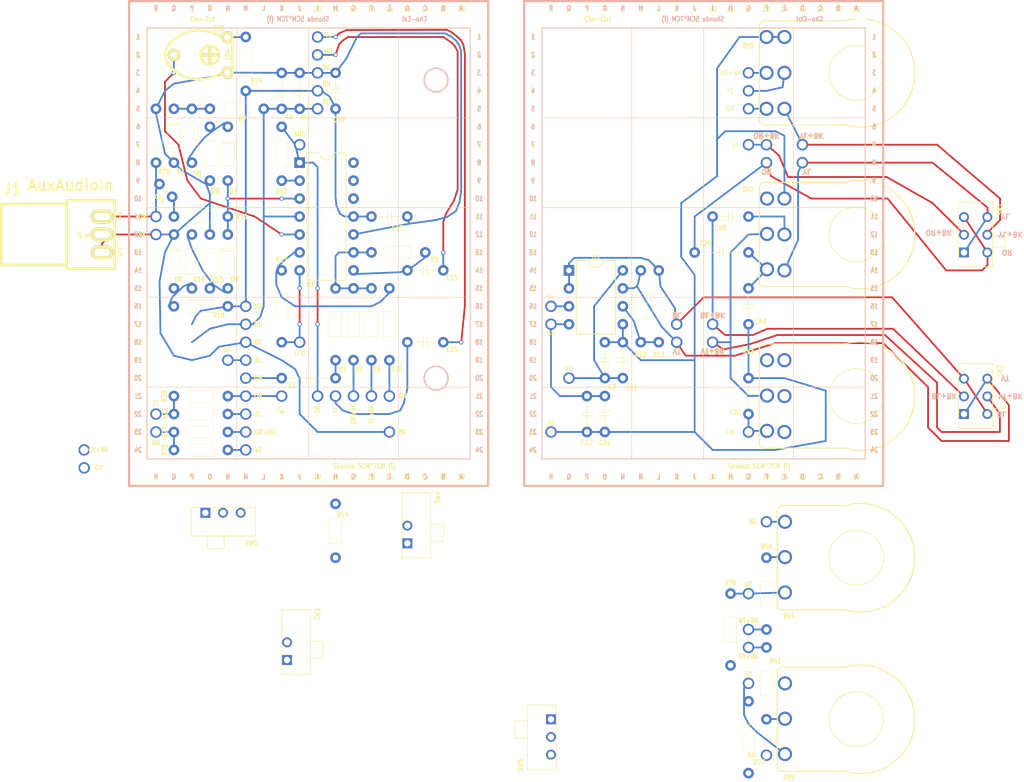
<source format=kicad_pcb>
(kicad_pcb (version 4) (host pcbnew 4.0.7)
  (layers (0 F.Cu signal) (31 B.Cu signal) (34 B.Paste user) (35 F.Paste user) (36 B.SilkS user) (37 F.SilkS user) (38 B.Mask user) (39 F.Mask user) (44 Edge.Cuts user))
  (net 0 "")
  (net 1 "Net-(C1-Pad2)")
  (net 2 "Net-(C14-Pad2)")
  (net 3 "Net-(D1-Pad1)")
  (net 4 "Net-(D7-Pad2)")
  (net 5 "Net-(D7-Pad1)")
  (net 6 "Net-(D8-Pad2)")
  (net 7 "Net-(D9-Pad2)")
  (net 8 "Net-(R1-Pad1)")
  (net 9 "Net-(R10-Pad1)")
  (net 10 "Net-(R17-Pad2)")
  (net 11 "Net-(R59-Pad1)")
  (net 12 "Net-(R61-Pad1)")
  (net 13 "Net-(R76-Pad2)")
  (net 14 "Net-(R77-Pad1)")
  (net 15 "Net-(RV5-Pad1)")
  (net 16 "Net-(C14-Pad1)")
  (net 17 "Net-(C1-Pad1)")
  (net 18 "Net-(R59-Pad2)")
  (net 19 "Net-(R61-Pad2)")
  (net 20 "Net-(R76-Pad1)")
  (net 21 "Net-(R77-Pad2)")
  (net 22 "Net-(C20-Pad1)")
  (net 23 "Net-(C48-Pad2)")
  (net 24 "Net-(R12-Pad2)")
  (net 25 "Net-(RV3-Pad1)")
  (net 26 "Net-(RV2-Pad1)")
  (net 27 /LPWet)
  (net 28 /PreLP)
  (net 29 /WetInv)
  (net 30 /HPWet)
  (net 31 /PreHP)
  (net 32 "Net-(C11-Pad1)")
  (net 33 "Net-(C11-Pad2)")
  (net 34 "Net-(C17-Pad1)")
  (net 35 "Net-(C51-Pad1)")
  (net 36 "Net-(C5-Pad1)")
  (net 37 "Net-(C15-Pad1)")
  (net 38 "Net-(C26-Pad1)")
  (net 39 "Net-(C26-Pad2)")
  (net 40 "Net-(C47-Pad1)")
  (net 41 "Net-(C47-Pad2)")
  (net 42 "Net-(J1-Pad2)")
  (net 43 "Net-(R23-Pad1)")
  (net 44 "Net-(R25-Pad1)")
  (net 45 "Net-(RV4-Pad1)")
  (net 46 "Net-(SW5-Pad2)")
  (net 47 /1.6LFO)
  (net 48 /Aux)
  (net 49 /LFO)
  (net 50 "Net-(JLFO.1-Pad1)")
  (net 51 /Dry)
  (net 52 /DryRet)
  (net 53 /-A)
  (net 54 /+A)
  (net 55 /GND)
  (net 56 /Wet)
  (net 57 /R)
  (net 58 /L)
  (net 59 "Net-(R74-Pad1)")
  (net 60 "Net-(RV8-Pad2)")
  (net 61 "Net-(C15-Pad2)")
  (net 62 "Net-(R14-Pad1)")
  (net 63 "Net-(U1-Pad12)")
  (net 64 "Net-(U1-Pad13)")
  (net 65 "Net-(U1-Pad14)")
  (net 66 "Net-(RV1-Pad2)")
  (net 67 "Net-(RV1-Pad5)")
  (net 68 "Net-(RV1-Pad6)")
  (net 69 "Net-(U2-Pad3)")
  (net 70 /2.1-A)
  (net 71 /2.2+A)
  (net 72 /2.3GND)
  (net 73 "Net-(J2.7-Pad1)")
  (net 74 "Net-(J2.8-Pad1)")
  (net 75 "Net-(J2.9-Pad1)")
  (net 76 /2.4Wet)
  (net 77 "Net-(J2.4-Pad1)")
  (net 78 /2.5FB)
  (net 79 /2.6Dry)
  (net 80 /2.7WetL)
  (net 81 /2.8DryR)
  (net 82 /2.9WetR)
  (net 83 "Net-(J1.11-Pad2)")
  (net 84 "Net-(J1.11-Pad1)")
  (net 85 "Net-(J1.12-Pad2)")
  (net 86 "Net-(J1.13-Pad2)")
  (net 87 "Net-(J1.13-Pad1)")
  (net 88 "Net-(J1.15-Pad2)")
  (net 89 "Net-(J1.15-Pad1)")
  (net 90 "Net-(J1.16-Pad2)")
  (net 91 "Net-(J1.16-Pad1)")
  (net 92 "Net-(J1.17-Pad2)")
  (net 93 "Net-(J1.17-Pad1)")
  (net 94 "Net-(J1.7-Pad2)")
  (net 95 "Net-(J1.8-Pad2)")
  (net 96 "Net-(W2.1-Pad2)")
  (net 97 "Net-(W2.2-Pad2)")
  (net 98 "Net-(W2.3-Pad2)")
  (net 99 "Net-(W2.4-Pad2)")
  (net 100 "Net-(W2.5-Pad2)")
  (net 101 "Net-(W2.6-Pad2)")
  (net 102 "Net-(W2.7-Pad2)")
  (net 103 "Net-(W2.8-Pad2)")
  (net 104 "Net-(W2.9-Pad2)")
  (net 105 "Net-(R13-Pad1)")
  (net 106 "Net-(RV1-Pad3)")
  (net 107 "Net-(SW1-Pad1)")
  (net 108 "Net-(SW1-Pad2)")
  (net 109 "Net-(SW1-Pad3)")
  (net 110 "Net-(SW1-Pad5)")
  (net 111 "Net-(SW2-Pad1)")
  (net 112 "Net-(SW2-Pad2)")
  (net 113 "Net-(SW2-Pad3)")
  (net 114 "Net-(SW2-Pad5)")
  (net 115 "Net-(W.Pan.O1-Pad1)")
  (net 116 "Net-(J1.14-Pad2)")
  (net 117 "Net-(J1-Pad1)")
  (net 118 /SquRet)
  (net 119 /Squ)
  (net 120 /Tri)
  (net 121 /TriRet)
  (module MyKi_TH_Resistors:400Mil_TH_Resistor (layer F.Cu) (at 106.68 66.04 90)
    (fp_text reference R17 (at 11.684 0 180) (layer F.SilkS) (effects (font (size 0.7 0.56) (thickness 0.14))))
    (fp_text value 1.5M)
    (pad 2 thru_hole circle (at 10.16 0 90) (size 1.5 1.5) (drill 0.8) (layers *.Cu *.Mask) (net 10 "Net-(R17-Pad2)"))
    (pad 1 thru_hole circle (at 0 0 90) (size 1.5 1.5) (drill 0.8) (layers *.Cu *.Mask) (net 50 "Net-(JLFO.1-Pad1)"))
  )
  (module MyKi_TH_IC:300Mil_DIP14 (layer F.Cu) (at 109.22 40.64)
    (fp_text reference U1 (at 1.524 17.272) (layer F.SilkS) (effects (font (size 0.7 0.56) (thickness 0.14))))
    (fp_text value TL084)
    (pad 1 thru_hole rect (at 0 0) (size 1.5 1.5) (drill 0.8) (layers *.Cu *.Mask) (net 87 "Net-(J1.13-Pad1)"))
    (pad 8 thru_hole circle (at 7.62 15.24) (size 1.5 1.5) (drill 0.8) (layers *.Cu *.Mask) (net 61 "Net-(C15-Pad2)"))
    (pad 2 thru_hole circle (at 0 2.54) (size 1.5 1.5) (drill 0.8) (layers *.Cu *.Mask) (net 9 "Net-(R10-Pad1)"))
    (pad 9 thru_hole circle (at 7.62 12.7) (size 1.5 1.5) (drill 0.8) (layers *.Cu *.Mask) (net 8 "Net-(R1-Pad1)"))
    (pad 3 thru_hole circle (at 0 5.08) (size 1.5 1.5) (drill 0.8) (layers *.Cu *.Mask) (net 4 "Net-(D7-Pad2)"))
    (pad 10 thru_hole circle (at 7.62 10.16) (size 1.5 1.5) (drill 0.8) (layers *.Cu *.Mask) (net 41 "Net-(C47-Pad2)"))
    (pad 4 thru_hole circle (at 0 7.62) (size 1.5 1.5) (drill 0.8) (layers *.Cu *.Mask) (net 36 "Net-(C5-Pad1)"))
    (pad 11 thru_hole circle (at 7.62 7.62) (size 1.5 1.5) (drill 0.8) (layers *.Cu *.Mask) (net 40 "Net-(C47-Pad1)"))
    (pad 5 thru_hole circle (at 0 10.16) (size 1.5 1.5) (drill 0.8) (layers *.Cu *.Mask) (net 60 "Net-(RV8-Pad2)"))
    (pad 12 thru_hole circle (at 7.62 5.08) (size 1.5 1.5) (drill 0.8) (layers *.Cu *.Mask) (net 63 "Net-(U1-Pad12)"))
    (pad 6 thru_hole circle (at 0 12.7) (size 1.5 1.5) (drill 0.8) (layers *.Cu *.Mask) (net 10 "Net-(R17-Pad2)"))
    (pad 13 thru_hole circle (at 7.62 2.54) (size 1.5 1.5) (drill 0.8) (layers *.Cu *.Mask) (net 64 "Net-(U1-Pad13)"))
    (pad 7 thru_hole circle (at 0 15.24) (size 1.5 1.5) (drill 0.8) (layers *.Cu *.Mask) (net 50 "Net-(JLFO.1-Pad1)"))
    (pad 14 thru_hole circle (at 7.62 0) (size 1.5 1.5) (drill 0.8) (layers *.Cu *.Mask) (net 65 "Net-(U1-Pad14)"))
  )
  (module MyKi_TH_Connectors:Conn_Female_Dupont-1_Val (layer F.Cu) (at 175.26 124.46 180)
    (fp_text reference W1.6 hide)
    (fp_text value GN (at 2.032 0 180) (layer F.SilkS) (effects (font (size 0.7 0.56) (thickness 0.14))))
    (pad 2 thru_hole circle (at 0 0 180) (size 1.6 1.6) (drill 1.1) (layers *.Mask F.Cu) (net 47 /1.6LFO))
    (pad 1 thru_hole circle (at 0 0 180) (size 1.6 1.6) (drill 1.1) (layers *.Mask B.Cu) (net 46 "Net-(SW5-Pad2)"))
  )
  (module MyKi_TH_Resistors:300Mil_TH_Resistor (layer F.Cu) (at 91.44 48.26)
    (fp_text reference R11 (at 9.652 0 180) (layer F.SilkS) (effects (font (size 0.7 0.56) (thickness 0.14))))
    (fp_text value 5.1K)
    (pad 2 thru_hole circle (at 7.62 0) (size 1.5 1.5) (drill 0.8) (layers *.Cu *.Mask) (net 4 "Net-(D7-Pad2)"))
    (pad 1 thru_hole circle (at 0 0) (size 1.5 1.5) (drill 0.8) (layers *.Cu *.Mask) (net 16 "Net-(C14-Pad1)"))
  )
  (module MyKi_TH_Board_Features:perfboard_24x18_Shunda_misprint (layer F.Cu) (at 111.76 53.34)
    (fp_text reference PCB1)
    (fp_text value "Shunda 5CM*7CM (!)" (at 6.604 30.226) (layer F.SilkS) (effects (font (size 0.7 0.56) (thickness 0.14))))
    (fp_text user Cho-Ext (at 13.716 -33.02) (layer B.SilkS) (effects (font (size 0.7 0.56) (thickness 0.14)) (justify mirror)))
    (fp_text user Cho-Ext (at -16.256 -33.02) (layer F.SilkS) (effects (font (size 0.7 0.56) (thickness 0.14))))
    (fp_text user "Shunda 5CM*7CM (!)" (at -2.794 -33.02) (layer B.SilkS) (effects (font (size 0.7 0.56) (thickness 0.14)) (justify mirror)))
    (fp_text user A (at 22.86 -30.48 180) (layer F.SilkS) (effects (font (size 0.7 0.56) (thickness 0.14))))
    (fp_text user B (at 22.86 -27.94 180) (layer F.SilkS) (effects (font (size 0.7 0.56) (thickness 0.14))))
    (fp_text user C (at 22.86 -25.4 180) (layer F.SilkS) (effects (font (size 0.7 0.56) (thickness 0.14))))
    (fp_text user D (at 22.86 -22.86 180) (layer F.SilkS) (effects (font (size 0.7 0.56) (thickness 0.14))))
    (fp_text user E (at 22.86 -20.32 180) (layer F.SilkS) (effects (font (size 0.7 0.56) (thickness 0.14))))
    (fp_text user F (at 22.86 -17.78 180) (layer F.SilkS) (effects (font (size 0.7 0.56) (thickness 0.14))))
    (fp_text user G (at 22.86 -15.24 180) (layer F.SilkS) (effects (font (size 0.7 0.56) (thickness 0.14))))
    (fp_text user H (at 22.86 -12.7 180) (layer F.SilkS) (effects (font (size 0.7 0.56) (thickness 0.14))))
    (fp_text user I (at 22.86 -10.16 180) (layer F.SilkS) (effects (font (size 0.7 0.56) (thickness 0.14))))
    (fp_text user J (at 22.86 -7.62 180) (layer F.SilkS) (effects (font (size 0.7 0.56) (thickness 0.14))))
    (fp_text user K (at 22.86 -5.08 180) (layer F.SilkS) (effects (font (size 0.7 0.56) (thickness 0.14))))
    (fp_text user L (at 22.86 -2.54 180) (layer F.SilkS) (effects (font (size 0.7 0.56) (thickness 0.14))))
    (fp_text user M (at 22.86 0 180) (layer F.SilkS) (effects (font (size 0.7 0.56) (thickness 0.14))))
    (fp_text user N (at 22.86 2.54 180) (layer F.SilkS) (effects (font (size 0.7 0.56) (thickness 0.14))))
    (fp_text user O (at 22.86 5.08 180) (layer F.SilkS) (effects (font (size 0.7 0.56) (thickness 0.14))))
    (fp_text user P (at 22.86 7.62 180) (layer F.SilkS) (effects (font (size 0.7 0.56) (thickness 0.14))))
    (fp_text user Q (at 22.86 10.16 180) (layer F.SilkS) (effects (font (size 0.7 0.56) (thickness 0.14))))
    (fp_text user R (at 22.86 12.7 180) (layer F.SilkS) (effects (font (size 0.7 0.56) (thickness 0.14))))
    (fp_text user S (at 22.86 15.24 180) (layer F.SilkS) (effects (font (size 0.7 0.56) (thickness 0.14))))
    (fp_text user T (at 22.86 17.78 180) (layer F.SilkS) (effects (font (size 0.7 0.56) (thickness 0.14))))
    (fp_text user U (at 22.86 20.32 180) (layer F.SilkS) (effects (font (size 0.7 0.56) (thickness 0.14))))
    (fp_text user V (at 22.86 22.86 180) (layer F.SilkS) (effects (font (size 0.7 0.56) (thickness 0.14))))
    (fp_text user W (at 22.86 25.4 180) (layer F.SilkS) (effects (font (size 0.7 0.56) (thickness 0.14))))
    (fp_text user X (at 22.86 27.94 180) (layer F.SilkS) (effects (font (size 0.7 0.56) (thickness 0.14))))
    (fp_text user 24 (at -25.4 27.94 180) (layer B.SilkS) (effects (font (size 0.7 0.56) (thickness 0.14)) (justify mirror)))
    (fp_text user 23 (at -25.4 25.4 180) (layer B.SilkS) (effects (font (size 0.7 0.56) (thickness 0.14)) (justify mirror)))
    (fp_text user 22 (at -25.4 22.86 180) (layer B.SilkS) (effects (font (size 0.7 0.56) (thickness 0.14)) (justify mirror)))
    (fp_text user 21 (at -25.4 20.32 180) (layer B.SilkS) (effects (font (size 0.7 0.56) (thickness 0.14)) (justify mirror)))
    (fp_text user 20 (at -25.4 17.78 180) (layer B.SilkS) (effects (font (size 0.7 0.56) (thickness 0.14)) (justify mirror)))
    (fp_text user 19 (at -25.4 15.24 180) (layer B.SilkS) (effects (font (size 0.7 0.56) (thickness 0.14)) (justify mirror)))
    (fp_text user 18 (at -25.4 12.7 180) (layer B.SilkS) (effects (font (size 0.7 0.56) (thickness 0.14)) (justify mirror)))
    (fp_text user 17 (at -25.4 10.16 180) (layer B.SilkS) (effects (font (size 0.7 0.56) (thickness 0.14)) (justify mirror)))
    (fp_text user 16 (at -25.4 7.62 180) (layer B.SilkS) (effects (font (size 0.7 0.56) (thickness 0.14)) (justify mirror)))
    (fp_text user 15 (at -25.4 5.08 180) (layer B.SilkS) (effects (font (size 0.7 0.56) (thickness 0.14)) (justify mirror)))
    (fp_text user 14 (at -25.4 2.54 180) (layer B.SilkS) (effects (font (size 0.7 0.56) (thickness 0.14)) (justify mirror)))
    (fp_text user 13 (at -25.4 0 180) (layer B.SilkS) (effects (font (size 0.7 0.56) (thickness 0.14)) (justify mirror)))
    (fp_text user 12 (at -25.4 -2.54 180) (layer B.SilkS) (effects (font (size 0.7 0.56) (thickness 0.14)) (justify mirror)))
    (fp_text user 11 (at -25.4 -5.08 180) (layer B.SilkS) (effects (font (size 0.7 0.56) (thickness 0.14)) (justify mirror)))
    (fp_text user 10 (at -25.4 -7.62 180) (layer B.SilkS) (effects (font (size 0.7 0.56) (thickness 0.14)) (justify mirror)))
    (fp_text user 9 (at -25.4 -10.16 180) (layer B.SilkS) (effects (font (size 0.7 0.56) (thickness 0.14)) (justify mirror)))
    (fp_text user 8 (at -25.4 -12.7 180) (layer B.SilkS) (effects (font (size 0.7 0.56) (thickness 0.14)) (justify mirror)))
    (fp_text user 7 (at -25.4 -15.24 180) (layer B.SilkS) (effects (font (size 0.7 0.56) (thickness 0.14)) (justify mirror)))
    (fp_text user 6 (at -25.4 -17.78 180) (layer B.SilkS) (effects (font (size 0.7 0.56) (thickness 0.14)) (justify mirror)))
    (fp_text user 5 (at -25.4 -20.32 180) (layer B.SilkS) (effects (font (size 0.7 0.56) (thickness 0.14)) (justify mirror)))
    (fp_text user 4 (at -25.4 -22.86 180) (layer B.SilkS) (effects (font (size 0.7 0.56) (thickness 0.14)) (justify mirror)))
    (fp_text user 3 (at -25.4 -25.4 180) (layer B.SilkS) (effects (font (size 0.7 0.56) (thickness 0.14)) (justify mirror)))
    (fp_text user 2 (at -25.4 -27.94 180) (layer B.SilkS) (effects (font (size 0.7 0.56) (thickness 0.14)) (justify mirror)))
    (fp_text user 1 (at -25.4 -30.48 180) (layer B.SilkS) (effects (font (size 0.7 0.56) (thickness 0.14)) (justify mirror)))
    (fp_text user A (at 20.32 -34.544 180) (layer B.SilkS) (effects (font (size 0.7 0.56) (thickness 0.14)) (justify mirror)))
    (fp_text user B (at 17.78 -34.544 180) (layer B.SilkS) (effects (font (size 0.7 0.56) (thickness 0.14)) (justify mirror)))
    (fp_text user C (at 15.24 -34.544 180) (layer B.SilkS) (effects (font (size 0.7 0.56) (thickness 0.14)) (justify mirror)))
    (fp_text user D (at 12.7 -34.544 180) (layer B.SilkS) (effects (font (size 0.7 0.56) (thickness 0.14)) (justify mirror)))
    (fp_text user E (at 10.16 -34.544 180) (layer B.SilkS) (effects (font (size 0.7 0.56) (thickness 0.14)) (justify mirror)))
    (fp_text user F (at 7.62 -34.544 180) (layer B.SilkS) (effects (font (size 0.7 0.56) (thickness 0.14)) (justify mirror)))
    (fp_text user G (at 5.08 -34.544 180) (layer B.SilkS) (effects (font (size 0.7 0.56) (thickness 0.14)) (justify mirror)))
    (fp_text user H (at 2.54 -34.544 180) (layer B.SilkS) (effects (font (size 0.7 0.56) (thickness 0.14)) (justify mirror)))
    (fp_text user I (at 0 -34.544 180) (layer B.SilkS) (effects (font (size 0.7 0.56) (thickness 0.14)) (justify mirror)))
    (fp_text user J (at -2.54 -34.544 180) (layer B.SilkS) (effects (font (size 0.7 0.56) (thickness 0.14)) (justify mirror)))
    (fp_text user K (at -5.08 -34.544 180) (layer B.SilkS) (effects (font (size 0.7 0.56) (thickness 0.14)) (justify mirror)))
    (fp_text user L (at -7.62 -34.544 180) (layer B.SilkS) (effects (font (size 0.7 0.56) (thickness 0.14)) (justify mirror)))
    (fp_text user M (at -10.16 -34.544 180) (layer B.SilkS) (effects (font (size 0.7 0.56) (thickness 0.14)) (justify mirror)))
    (fp_text user N (at -12.7 -34.544 180) (layer B.SilkS) (effects (font (size 0.7 0.56) (thickness 0.14)) (justify mirror)))
    (fp_text user O (at -15.24 -34.544 180) (layer B.SilkS) (effects (font (size 0.7 0.56) (thickness 0.14)) (justify mirror)))
    (fp_text user P (at -17.78 -34.544 180) (layer B.SilkS) (effects (font (size 0.7 0.56) (thickness 0.14)) (justify mirror)))
    (fp_text user Q (at -20.32 -34.544 180) (layer B.SilkS) (effects (font (size 0.7 0.56) (thickness 0.14)) (justify mirror)))
    (fp_text user R (at -22.86 -34.544 180) (layer B.SilkS) (effects (font (size 0.7 0.56) (thickness 0.14)) (justify mirror)))
    (fp_text user 1 (at -22.86 31.75 180) (layer F.SilkS) (effects (font (size 0.7 0.56) (thickness 0.14))))
    (fp_text user 2 (at -20.32 31.75 180) (layer F.SilkS) (effects (font (size 0.7 0.56) (thickness 0.14))))
    (fp_text user 3 (at -17.78 31.75 180) (layer F.SilkS) (effects (font (size 0.7 0.56) (thickness 0.14))))
    (fp_text user 4 (at -15.24 31.75 180) (layer F.SilkS) (effects (font (size 0.7 0.56) (thickness 0.14))))
    (fp_text user 5 (at -12.7 31.75 180) (layer F.SilkS) (effects (font (size 0.7 0.56) (thickness 0.14))))
    (fp_text user 6 (at -10.16 31.75 180) (layer F.SilkS) (effects (font (size 0.7 0.56) (thickness 0.14))))
    (fp_text user 7 (at -7.62 31.75 180) (layer F.SilkS) (effects (font (size 0.7 0.56) (thickness 0.14))))
    (fp_text user 8 (at -5.08 31.75 180) (layer F.SilkS) (effects (font (size 0.7 0.56) (thickness 0.14))))
    (fp_text user 9 (at -2.54 31.75 180) (layer F.SilkS) (effects (font (size 0.7 0.56) (thickness 0.14))))
    (fp_text user 10 (at 0 31.75 180) (layer F.SilkS) (effects (font (size 0.7 0.56) (thickness 0.14))))
    (fp_text user 11 (at 2.54 31.75 180) (layer F.SilkS) (effects (font (size 0.7 0.56) (thickness 0.14))))
    (fp_text user 12 (at 5.08 31.75 180) (layer F.SilkS) (effects (font (size 0.7 0.56) (thickness 0.14))))
    (fp_text user 13 (at 7.62 31.75 180) (layer F.SilkS) (effects (font (size 0.7 0.56) (thickness 0.14))))
    (fp_text user 14 (at 10.16 31.75 180) (layer F.SilkS) (effects (font (size 0.7 0.56) (thickness 0.14))))
    (fp_text user 15 (at 12.7 31.75 180) (layer F.SilkS) (effects (font (size 0.7 0.56) (thickness 0.14))))
    (fp_text user 16 (at 15.24 31.75 180) (layer F.SilkS) (effects (font (size 0.7 0.56) (thickness 0.14))))
    (fp_text user 17 (at 17.78 31.75 180) (layer F.SilkS) (effects (font (size 0.7 0.56) (thickness 0.14))))
    (fp_text user 18 (at 20.32 31.75 180) (layer F.SilkS) (effects (font (size 0.7 0.56) (thickness 0.14))))
    (fp_text user R (at -22.86 31.75 180) (layer B.SilkS) (effects (font (size 0.7 0.56) (thickness 0.14)) (justify mirror)))
    (fp_text user Q (at -20.32 31.75 180) (layer B.SilkS) (effects (font (size 0.7 0.56) (thickness 0.14)) (justify mirror)))
    (fp_text user P (at -17.78 31.75 180) (layer B.SilkS) (effects (font (size 0.7 0.56) (thickness 0.14)) (justify mirror)))
    (fp_text user O (at -15.24 31.75 180) (layer B.SilkS) (effects (font (size 0.7 0.56) (thickness 0.14)) (justify mirror)))
    (fp_text user N (at -12.7 31.75 180) (layer B.SilkS) (effects (font (size 0.7 0.56) (thickness 0.14)) (justify mirror)))
    (fp_text user M (at -10.16 31.75 180) (layer B.SilkS) (effects (font (size 0.7 0.56) (thickness 0.14)) (justify mirror)))
    (fp_text user L (at -7.62 31.75 180) (layer B.SilkS) (effects (font (size 0.7 0.56) (thickness 0.14)) (justify mirror)))
    (fp_text user K (at -5.08 31.75 180) (layer B.SilkS) (effects (font (size 0.7 0.56) (thickness 0.14)) (justify mirror)))
    (fp_text user J (at -2.54 31.75 180) (layer B.SilkS) (effects (font (size 0.7 0.56) (thickness 0.14)) (justify mirror)))
    (fp_text user I (at 0 31.75 180) (layer B.SilkS) (effects (font (size 0.7 0.56) (thickness 0.14)) (justify mirror)))
    (fp_text user H (at 2.54 31.75 180) (layer B.SilkS) (effects (font (size 0.7 0.56) (thickness 0.14)) (justify mirror)))
    (fp_text user G (at 5.08 31.75 180) (layer B.SilkS) (effects (font (size 0.7 0.56) (thickness 0.14)) (justify mirror)))
    (fp_text user F (at 7.62 31.75 180) (layer B.SilkS) (effects (font (size 0.7 0.56) (thickness 0.14)) (justify mirror)))
    (fp_text user E (at 10.16 31.75 180) (layer B.SilkS) (effects (font (size 0.7 0.56) (thickness 0.14)) (justify mirror)))
    (fp_text user D (at 12.7 31.75 180) (layer B.SilkS) (effects (font (size 0.7 0.56) (thickness 0.14)) (justify mirror)))
    (fp_text user C (at 15.24 31.75 180) (layer B.SilkS) (effects (font (size 0.7 0.56) (thickness 0.14)) (justify mirror)))
    (fp_text user B (at 17.78 31.75 180) (layer B.SilkS) (effects (font (size 0.7 0.56) (thickness 0.14)) (justify mirror)))
    (fp_text user A (at 20.32 31.75 180) (layer B.SilkS) (effects (font (size 0.7 0.56) (thickness 0.14)) (justify mirror)))
    (fp_text user 1 (at 22.86 -30.48 180) (layer B.SilkS) (effects (font (size 0.7 0.56) (thickness 0.14)) (justify mirror)))
    (fp_text user 2 (at 22.86 -27.94 180) (layer B.SilkS) (effects (font (size 0.7 0.56) (thickness 0.14)) (justify mirror)))
    (fp_text user 3 (at 22.86 -25.4 180) (layer B.SilkS) (effects (font (size 0.7 0.56) (thickness 0.14)) (justify mirror)))
    (fp_text user 4 (at 22.86 -22.86 180) (layer B.SilkS) (effects (font (size 0.7 0.56) (thickness 0.14)) (justify mirror)))
    (fp_text user 5 (at 22.86 -20.32 180) (layer B.SilkS) (effects (font (size 0.7 0.56) (thickness 0.14)) (justify mirror)))
    (fp_text user 6 (at 22.86 -17.78 180) (layer B.SilkS) (effects (font (size 0.7 0.56) (thickness 0.14)) (justify mirror)))
    (fp_text user 7 (at 22.86 -15.24 180) (layer B.SilkS) (effects (font (size 0.7 0.56) (thickness 0.14)) (justify mirror)))
    (fp_text user 8 (at 22.86 -12.7 180) (layer B.SilkS) (effects (font (size 0.7 0.56) (thickness 0.14)) (justify mirror)))
    (fp_text user 9 (at 22.86 -10.16 180) (layer B.SilkS) (effects (font (size 0.7 0.56) (thickness 0.14)) (justify mirror)))
    (fp_text user 10 (at 22.86 -7.62 180) (layer B.SilkS) (effects (font (size 0.7 0.56) (thickness 0.14)) (justify mirror)))
    (fp_text user 11 (at 22.86 -5.08 180) (layer B.SilkS) (effects (font (size 0.7 0.56) (thickness 0.14)) (justify mirror)))
    (fp_text user 12 (at 22.86 -2.54 180) (layer B.SilkS) (effects (font (size 0.7 0.56) (thickness 0.14)) (justify mirror)))
    (fp_text user 13 (at 22.86 0 180) (layer B.SilkS) (effects (font (size 0.7 0.56) (thickness 0.14)) (justify mirror)))
    (fp_text user 14 (at 22.86 2.54 180) (layer B.SilkS) (effects (font (size 0.7 0.56) (thickness 0.14)) (justify mirror)))
    (fp_text user 15 (at 22.86 5.08 180) (layer B.SilkS) (effects (font (size 0.7 0.56) (thickness 0.14)) (justify mirror)))
    (fp_text user 16 (at 22.86 7.62 180) (layer B.SilkS) (effects (font (size 0.7 0.56) (thickness 0.14)) (justify mirror)))
    (fp_text user 17 (at 22.86 10.16 180) (layer B.SilkS) (effects (font (size 0.7 0.56) (thickness 0.14)) (justify mirror)))
    (fp_text user 18 (at 22.86 12.7 180) (layer B.SilkS) (effects (font (size 0.7 0.56) (thickness 0.14)) (justify mirror)))
    (fp_text user 19 (at 22.86 15.24 180) (layer B.SilkS) (effects (font (size 0.7 0.56) (thickness 0.14)) (justify mirror)))
    (fp_text user 20 (at 22.86 17.78 180) (layer B.SilkS) (effects (font (size 0.7 0.56) (thickness 0.14)) (justify mirror)))
    (fp_text user 21 (at 22.86 20.32 180) (layer B.SilkS) (effects (font (size 0.7 0.56) (thickness 0.14)) (justify mirror)))
    (fp_text user 22 (at 22.86 22.86 180) (layer B.SilkS) (effects (font (size 0.7 0.56) (thickness 0.14)) (justify mirror)))
    (fp_text user 23 (at 22.86 25.4 180) (layer B.SilkS) (effects (font (size 0.7 0.56) (thickness 0.14)) (justify mirror)))
    (fp_text user 24 (at 22.86 27.94 180) (layer B.SilkS) (effects (font (size 0.7 0.56) (thickness 0.14)) (justify mirror)))
    (fp_text user 18 (at 20.32 -34.417 180) (layer F.SilkS) (effects (font (size 0.7 0.56) (thickness 0.14))))
    (fp_text user 17 (at 17.78 -34.417 180) (layer F.SilkS) (effects (font (size 0.7 0.56) (thickness 0.14))))
    (fp_text user 16 (at 15.24 -34.417 180) (layer F.SilkS) (effects (font (size 0.7 0.56) (thickness 0.14))))
    (fp_text user 15 (at 12.7 -34.417 180) (layer F.SilkS) (effects (font (size 0.7 0.56) (thickness 0.14))))
    (fp_text user X (at -25.4 27.94 180) (layer F.SilkS) (effects (font (size 0.7 0.56) (thickness 0.14))))
    (fp_text user W (at -25.4 25.4 180) (layer F.SilkS) (effects (font (size 0.7 0.56) (thickness 0.14))))
    (fp_text user V (at -25.4 22.86 180) (layer F.SilkS) (effects (font (size 0.7 0.56) (thickness 0.14))))
    (fp_text user U (at -25.4 20.32 180) (layer F.SilkS) (effects (font (size 0.7 0.56) (thickness 0.14))))
    (fp_text user T (at -25.4 17.78 180) (layer F.SilkS) (effects (font (size 0.7 0.56) (thickness 0.14))))
    (fp_text user S (at -25.4 15.24 180) (layer F.SilkS) (effects (font (size 0.7 0.56) (thickness 0.14))))
    (fp_text user R (at -25.4 12.7 180) (layer F.SilkS) (effects (font (size 0.7 0.56) (thickness 0.14))))
    (fp_text user Q (at -25.4 10.16 180) (layer F.SilkS) (effects (font (size 0.7 0.56) (thickness 0.14))))
    (fp_text user P (at -25.4 7.62 180) (layer F.SilkS) (effects (font (size 0.7 0.56) (thickness 0.14))))
    (fp_text user O (at -25.4 5.08 180) (layer F.SilkS) (effects (font (size 0.7 0.56) (thickness 0.14))))
    (fp_text user N (at -25.4 2.54 180) (layer F.SilkS) (effects (font (size 0.7 0.56) (thickness 0.14))))
    (fp_text user M (at -25.4 0 180) (layer F.SilkS) (effects (font (size 0.7 0.56) (thickness 0.14))))
    (fp_text user L (at -25.4 -2.54 180) (layer F.SilkS) (effects (font (size 0.7 0.56) (thickness 0.14))))
    (fp_text user K (at -25.4 -5.08 180) (layer F.SilkS) (effects (font (size 0.7 0.56) (thickness 0.14))))
    (fp_text user J (at -25.4 -7.62 180) (layer F.SilkS) (effects (font (size 0.7 0.56) (thickness 0.14))))
    (fp_text user I (at -25.4 -10.16 180) (layer F.SilkS) (effects (font (size 0.7 0.56) (thickness 0.14))))
    (fp_text user H (at -25.4 -12.7 180) (layer F.SilkS) (effects (font (size 0.7 0.56) (thickness 0.14))))
    (fp_text user G (at -25.4 -15.24 180) (layer F.SilkS) (effects (font (size 0.7 0.56) (thickness 0.14))))
    (fp_text user F (at -25.4 -17.78 180) (layer F.SilkS) (effects (font (size 0.7 0.56) (thickness 0.14))))
    (fp_text user E (at -25.4 -20.32 180) (layer F.SilkS) (effects (font (size 0.7 0.56) (thickness 0.14))))
    (fp_text user D (at -25.4 -22.86 180) (layer F.SilkS) (effects (font (size 0.7 0.56) (thickness 0.14))))
    (fp_text user C (at -25.4 -25.4 180) (layer F.SilkS) (effects (font (size 0.7 0.56) (thickness 0.14))))
    (fp_text user B (at -25.4 -27.94 180) (layer F.SilkS) (effects (font (size 0.7 0.56) (thickness 0.14))))
    (fp_text user A (at -25.4 -30.48 180) (layer F.SilkS) (effects (font (size 0.7 0.56) (thickness 0.14))))
    (fp_text user 14 (at 10.16 -34.417 180) (layer F.SilkS) (effects (font (size 0.7 0.56) (thickness 0.14))))
    (fp_text user 13 (at 7.62 -34.417 180) (layer F.SilkS) (effects (font (size 0.7 0.56) (thickness 0.14))))
    (fp_text user 12 (at 5.08 -34.417 180) (layer F.SilkS) (effects (font (size 0.7 0.56) (thickness 0.14))))
    (fp_text user 11 (at 2.54 -34.417 180) (layer F.SilkS) (effects (font (size 0.7 0.56) (thickness 0.14))))
    (fp_text user 10 (at 0 -34.417 180) (layer F.SilkS) (effects (font (size 0.7 0.56) (thickness 0.14))))
    (fp_text user 9 (at -2.54 -34.417 180) (layer F.SilkS) (effects (font (size 0.7 0.56) (thickness 0.14))))
    (fp_text user 8 (at -5.08 -34.417 180) (layer F.SilkS) (effects (font (size 0.7 0.56) (thickness 0.14))))
    (fp_text user 7 (at -7.62 -34.417 180) (layer F.SilkS) (effects (font (size 0.7 0.56) (thickness 0.14))))
    (fp_text user 6 (at -10.16 -34.417 180) (layer F.SilkS) (effects (font (size 0.7 0.56) (thickness 0.14))))
    (fp_text user 5 (at -12.7 -34.417 180) (layer F.SilkS) (effects (font (size 0.7 0.56) (thickness 0.14))))
    (fp_text user 4 (at -15.24 -34.417 180) (layer F.SilkS) (effects (font (size 0.7 0.56) (thickness 0.14))))
    (fp_text user 3 (at -17.78 -34.417 180) (layer F.SilkS) (effects (font (size 0.7 0.56) (thickness 0.14))))
    (fp_text user 2 (at -20.32 -34.417 180) (layer F.SilkS) (effects (font (size 0.7 0.56) (thickness 0.14))))
    (fp_text user 1 (at -22.86 -34.417 180) (layer F.SilkS) (effects (font (size 0.7 0.56) (thickness 0.14))))
    (pad "" np_thru_hole circle (at 20.955 30.48 180) (size 1.6 1.6) (drill 1.6) (layers *.Cu *.Mask))
    (pad "" np_thru_hole circle (at -23.495 30.48 180) (size 1.6 1.6) (drill 1.6) (layers *.Cu *.Mask))
    (pad "" np_thru_hole circle (at 20.955 -33.02 180) (size 1.6 1.6) (drill 1.6) (layers *.Cu *.Mask))
    (pad "" np_thru_hole circle (at -23.495 -33.02 180) (size 1.6 1.6) (drill 1.6) (layers *.Cu *.Mask))
  )
  (module MyKi_TH_Capacitors:200Mil_TH_C (layer F.Cu) (at 119.38 48.26)
    (fp_text reference C47 (at 3.683 1.651 180) (layer F.SilkS) (effects (font (size 0.7 0.56) (thickness 0.14))))
    (fp_text value 0.1µ)
    (pad 1 thru_hole circle (at 0 0) (size 1.5 1.5) (drill 0.8) (layers *.Cu *.Mask) (net 40 "Net-(C47-Pad1)"))
    (pad 2 thru_hole circle (at 5.08 0) (size 1.5 1.5) (drill 0.8) (layers *.Cu *.Mask) (net 41 "Net-(C47-Pad2)"))
  )
  (module MyKi_TH_Resistors:300Mil_TH_Resistor (layer F.Cu) (at 93.98 33.02 270)
    (fp_text reference R8 (at 9.144 -0.762 360) (layer F.SilkS) (effects (font (size 0.7 0.56) (thickness 0.14))))
    (fp_text value 470)
    (pad 2 thru_hole circle (at 7.62 0 270) (size 1.5 1.5) (drill 0.8) (layers *.Cu *.Mask) (net 5 "Net-(D7-Pad1)"))
    (pad 1 thru_hole circle (at 0 0 270) (size 1.5 1.5) (drill 0.8) (layers *.Cu *.Mask) (net 3 "Net-(D1-Pad1)"))
  )
  (module MyKi_TH_Resistors:300Mil_TH_Resistor (layer F.Cu) (at 106.68 43.18 90)
    (fp_text reference R10 (at -1.524 0 180) (layer F.SilkS) (effects (font (size 0.7 0.56) (thickness 0.14))))
    (fp_text value 5.1K)
    (pad 2 thru_hole circle (at 7.62 0 90) (size 1.5 1.5) (drill 0.8) (layers *.Cu *.Mask) (net 87 "Net-(J1.13-Pad1)"))
    (pad 1 thru_hole circle (at 0 0 90) (size 1.5 1.5) (drill 0.8) (layers *.Cu *.Mask) (net 9 "Net-(R10-Pad1)"))
  )
  (module MyKi_TH_Resistors:300Mil_TH_Resistor (layer F.Cu) (at 91.44 60.96)
    (fp_text reference R18 (at 6.35 1.27 180) (layer F.SilkS) (effects (font (size 0.7 0.56) (thickness 0.14))))
    (fp_text value 1K)
    (pad 2 thru_hole circle (at 7.62 0) (size 1.5 1.5) (drill 0.8) (layers *.Cu *.Mask) (net 40 "Net-(C47-Pad1)"))
    (pad 1 thru_hole circle (at 0 0) (size 1.5 1.5) (drill 0.8) (layers *.Cu *.Mask) (net 6 "Net-(D8-Pad2)"))
  )
  (module MyKi_TH_Resistors:300Mil_TH_Resistor (layer F.Cu) (at 93.98 58.42 90)
    (fp_text reference R19 (at 1.27 1.016 180) (layer F.SilkS) (effects (font (size 0.7 0.56) (thickness 0.14))))
    (fp_text value 470)
    (pad 2 thru_hole circle (at 7.62 0 90) (size 1.5 1.5) (drill 0.8) (layers *.Cu *.Mask) (net 7 "Net-(D9-Pad2)"))
    (pad 1 thru_hole circle (at 0 0 90) (size 1.5 1.5) (drill 0.8) (layers *.Cu *.Mask) (net 6 "Net-(D8-Pad2)"))
  )
  (module MyKi_TH_Resistors:300Mil_TH_Resistor (layer F.Cu) (at 119.38 53.34)
    (fp_text reference R5 (at 8.89 1.016 180) (layer F.SilkS) (effects (font (size 0.7 0.56) (thickness 0.14))))
    (fp_text value 22K)
    (pad 2 thru_hole circle (at 7.62 0) (size 1.5 1.5) (drill 0.8) (layers *.Cu *.Mask) (net 61 "Net-(C15-Pad2)"))
    (pad 1 thru_hole circle (at 0 0) (size 1.5 1.5) (drill 0.8) (layers *.Cu *.Mask) (net 8 "Net-(R1-Pad1)"))
  )
  (module MyKi_TH_Board_Features:3mm_DrillHole (layer F.Cu) (at 128.524 28.956)
    (fp_text reference Drill1 hide)
    (fp_text value 3mm_DrillHole hide)
    (pad "" thru_hole circle (at 0 0) (size 3 3) (drill 3) (layers *.Cu *.Mask))
  )
  (module MyKi_TH_Board_Features:3mm_DrillHole (layer F.Cu) (at 128.524 71.12)
    (fp_text reference Drill2 hide)
    (fp_text value 3mm_DrillHole hide)
    (pad "" thru_hole circle (at 0 0) (size 3 3) (drill 3) (layers *.Cu *.Mask))
  )
  (module MyKi_TH_Resistors:400Mil_TH_Resistor (layer F.Cu) (at 160.02 55.88 270)
    (fp_text reference R13 (at 11.938 0 360) (layer F.SilkS) (effects (font (size 0.7 0.56) (thickness 0.14))))
    (fp_text value 47K)
    (pad 2 thru_hole circle (at 10.16 0 270) (size 1.5 1.5) (drill 0.8) (layers *.Cu *.Mask) (net 24 "Net-(R12-Pad2)"))
    (pad 1 thru_hole circle (at 0 0 270) (size 1.5 1.5) (drill 0.8) (layers *.Cu *.Mask) (net 105 "Net-(R13-Pad1)"))
  )
  (module MyKi_TH_Resistors:400Mil_TH_Resistor (layer F.Cu) (at 157.48 55.88 270)
    (fp_text reference R12 (at 11.938 0 360) (layer F.SilkS) (effects (font (size 0.7 0.56) (thickness 0.14))))
    (fp_text value 47K)
    (pad 2 thru_hole circle (at 10.16 0 270) (size 1.5 1.5) (drill 0.8) (layers *.Cu *.Mask) (net 24 "Net-(R12-Pad2)"))
    (pad 1 thru_hole circle (at 0 0 270) (size 1.5 1.5) (drill 0.8) (layers *.Cu *.Mask) (net 29 /WetInv))
  )
  (module MyKi_TH_Panel_Controls:400x500Mil_TH_Pot_reinfoced_FaceUp (layer F.Cu) (at 180.34 73.66)
    (fp_text reference RV3 (at -7.62 -6.35 180) (layer F.SilkS) (effects (font (size 0.7 0.56) (thickness 0.14))))
    (fp_text value B10K)
    (pad 3 thru_hole circle (at -5.00126 4.92252) (size 2 2) (drill 1.4) (layers *.Cu *.Mask) (net 35 "Net-(C51-Pad1)"))
    (pad 2 thru_hole circle (at -5.00126 -0.07874) (size 2 2) (drill 1.4) (layers *.Cu *.Mask) (net 28 /PreLP))
    (pad 1 thru_hole circle (at -5.00126 -5.08) (size 2 2) (drill 1.4) (layers *.Cu *.Mask) (net 25 "Net-(RV3-Pad1)"))
    (pad "" thru_hole circle (at -2.54 0) (size 2 2) (drill 1.4) (layers *.Cu *.Mask))
    (pad "" thru_hole circle (at -2.54 5.08) (size 2 2) (drill 1.4) (layers *.Cu *.Mask))
    (pad "" thru_hole circle (at -2.54 -5.08) (size 2 2) (drill 1.4) (layers *.Cu *.Mask))
  )
  (module MyKi_TH_Capacitors:200Mil_TH_C (layer F.Cu) (at 154.94 71.12 90)
    (fp_text reference C11 (at -1.27 1.27 360) (layer F.SilkS) (effects (font (size 0.7 0.56) (thickness 0.14))))
    (fp_text value 0.1µ)
    (pad 1 thru_hole circle (at 0 0 90) (size 1.5 1.5) (drill 0.8) (layers *.Cu *.Mask) (net 32 "Net-(C11-Pad1)"))
    (pad 2 thru_hole circle (at 5.08 0 90) (size 1.5 1.5) (drill 0.8) (layers *.Cu *.Mask) (net 33 "Net-(C11-Pad2)"))
  )
  (module MyKi_TH_Capacitors:200Mil_TH_C (layer F.Cu) (at 149.86 73.66 270)
    (fp_text reference C17 (at 6.604 0 540) (layer F.SilkS) (effects (font (size 0.7 0.56) (thickness 0.14))))
    (fp_text value 0.1µ)
    (pad 1 thru_hole circle (at 0 0 270) (size 1.5 1.5) (drill 0.8) (layers *.Cu *.Mask) (net 34 "Net-(C17-Pad1)"))
    (pad 2 thru_hole circle (at 5.08 0 270) (size 1.5 1.5) (drill 0.8) (layers *.Cu *.Mask) (net 33 "Net-(C11-Pad2)"))
  )
  (module MyKi_TH_Capacitors:200Mil_TH_C (layer F.Cu) (at 172.72 58.42 270)
    (fp_text reference C49 (at 4.699 -1.7526 360) (layer F.SilkS) (effects (font (size 0.7 0.56) (thickness 0.14))))
    (fp_text value 0.1µ)
    (pad 1 thru_hole circle (at 0 0 270) (size 1.5 1.5) (drill 0.8) (layers *.Cu *.Mask) (net 22 "Net-(C20-Pad1)"))
    (pad 2 thru_hole circle (at 5.08 0 270) (size 1.5 1.5) (drill 0.8) (layers *.Cu *.Mask) (net 33 "Net-(C11-Pad2)"))
  )
  (module MyKi_TH_Capacitors:200Mil_TH_CP_no3D (layer F.Cu) (at 152.4 71.12 90)
    (fp_text reference C7 (at -1.27 1.016 360) (layer F.SilkS) (effects (font (size 0.7 0.56) (thickness 0.14))))
    (fp_text value 1µ)
    (pad 1 thru_hole circle (at 0 0 90) (size 1.5 1.5) (drill 0.8) (layers *.Cu *.Mask) (net 32 "Net-(C11-Pad1)"))
    (pad 2 thru_hole circle (at 5.08 0 90) (size 1.5 1.5) (drill 0.8) (layers *.Cu *.Mask) (net 33 "Net-(C11-Pad2)"))
  )
  (module MyKi_TH_Capacitors:200Mil_TH_CP_no3D (layer F.Cu) (at 152.4 78.74 90)
    (fp_text reference C21 (at -1.524 0 360) (layer F.SilkS) (effects (font (size 0.7 0.56) (thickness 0.14))))
    (fp_text value 1µ)
    (pad 1 thru_hole circle (at 0 0 90) (size 1.5 1.5) (drill 0.8) (layers *.Cu *.Mask) (net 33 "Net-(C11-Pad2)"))
    (pad 2 thru_hole circle (at 5.08 0 90) (size 1.5 1.5) (drill 0.8) (layers *.Cu *.Mask) (net 34 "Net-(C17-Pad1)"))
  )
  (module MyKi_TH_IC:300Mil_DIP8 (layer F.Cu) (at 147.32 55.88)
    (fp_text reference U2 (at 3.81 -1.778) (layer F.SilkS) (effects (font (size 0.7 0.56) (thickness 0.14))))
    (fp_text value NJM4556)
    (pad 1 thru_hole rect (at 0 0) (size 1.5 1.5) (drill 0.8) (layers *.Cu *.Mask) (net 105 "Net-(R13-Pad1)"))
    (pad 8 thru_hole circle (at 7.62 0) (size 1.5 1.5) (drill 0.8) (layers *.Cu *.Mask) (net 32 "Net-(C11-Pad1)"))
    (pad 2 thru_hole circle (at 0 2.54) (size 1.5 1.5) (drill 0.8) (layers *.Cu *.Mask) (net 105 "Net-(R13-Pad1)"))
    (pad 3 thru_hole circle (at 0 5.08) (size 1.5 1.5) (drill 0.8) (layers *.Cu *.Mask) (net 69 "Net-(U2-Pad3)"))
    (pad 4 thru_hole circle (at 0 7.62) (size 1.5 1.5) (drill 0.8) (layers *.Cu *.Mask) (net 34 "Net-(C17-Pad1)"))
    (pad 5 thru_hole circle (at 7.62 7.62) (size 1.5 1.5) (drill 0.8) (layers *.Cu *.Mask) (net 33 "Net-(C11-Pad2)"))
    (pad 6 thru_hole circle (at 7.62 5.08) (size 1.5 1.5) (drill 0.8) (layers *.Cu *.Mask) (net 24 "Net-(R12-Pad2)"))
    (pad 7 thru_hole circle (at 7.62 2.54) (size 1.5 1.5) (drill 0.8) (layers *.Cu *.Mask) (net 29 /WetInv))
  )
  (module MyKi_TH_Capacitors:200Mil_TH_C (layer F.Cu) (at 172.72 76.2 90)
    (fp_text reference C51 (at 0.254 -1.778 180) (layer F.SilkS) (effects (font (size 0.7 0.56) (thickness 0.14))))
    (fp_text value 0.1µ)
    (pad 1 thru_hole circle (at 0 0 90) (size 1.5 1.5) (drill 0.8) (layers *.Cu *.Mask) (net 35 "Net-(C51-Pad1)"))
    (pad 2 thru_hole circle (at 5.08 0 90) (size 1.5 1.5) (drill 0.8) (layers *.Cu *.Mask) (net 33 "Net-(C11-Pad2)"))
  )
  (module MyKi_TH_Capacitors:200Mil_TH_C (layer F.Cu) (at 167.64 48.26)
    (fp_text reference C48 (at 1.0922 1.6002 180) (layer F.SilkS) (effects (font (size 0.7 0.56) (thickness 0.14))))
    (fp_text value 0.1µ)
    (pad 1 thru_hole circle (at 0 0) (size 1.5 1.5) (drill 0.8) (layers *.Cu *.Mask) (net 31 /PreHP))
    (pad 2 thru_hole circle (at 5.08 0) (size 1.5 1.5) (drill 0.8) (layers *.Cu *.Mask) (net 23 "Net-(C48-Pad2)"))
  )
  (module MyKi_TH_Capacitors:300Mil_TH_C_no3D (layer F.Cu) (at 172.72 53.34 180)
    (fp_text reference C20 (at 6.0452 1.2954 180) (layer F.SilkS) (effects (font (size 0.7 0.56) (thickness 0.14))))
    (fp_text value 1µ)
    (pad 1 thru_hole circle (at 0 0 180) (size 1.5 1.5) (drill 0.8) (layers *.Cu *.Mask) (net 22 "Net-(C20-Pad1)"))
    (pad 2 thru_hole circle (at 7.62 0 180) (size 1.5 1.5) (drill 0.8) (layers *.Cu *.Mask) (net 27 /LPWet))
  )
  (module MyKi_TH_Panel_Controls:400x100Mil_TH_Pot_Dual_FaceUp_FlipGangs (layer F.Cu) (at 180.34 27.94)
    (fp_text reference RV1 (at -7.62 -3.81 180) (layer F.SilkS) (effects (font (size 0.7 0.56) (thickness 0.14))))
    (fp_text value DUAL_B250K)
    (pad 3 thru_hole circle (at -2.54 5.08) (size 2 2) (drill 1.4) (layers *.Cu *.Mask) (net 106 "Net-(RV1-Pad3)"))
    (pad 2 thru_hole circle (at -2.54 0) (size 2 2) (drill 1.4) (layers *.Cu *.Mask) (net 66 "Net-(RV1-Pad2)"))
    (pad 1 thru_hole circle (at -2.54 -5.08) (size 2 2) (drill 1.4) (layers *.Cu *.Mask) (net 33 "Net-(C11-Pad2)"))
    (pad 5 thru_hole circle (at -5.08 0) (size 2 2) (drill 1.4) (layers *.Cu *.Mask) (net 67 "Net-(RV1-Pad5)"))
    (pad 6 thru_hole circle (at -5.08 5.08) (size 2 2) (drill 1.4) (layers *.Cu *.Mask) (net 68 "Net-(RV1-Pad6)"))
    (pad 4 thru_hole circle (at -5.08 -5.08) (size 2 2) (drill 1.4) (layers *.Cu *.Mask) (net 33 "Net-(C11-Pad2)"))
  )
  (module MyKi_TH_Panel_Controls:400x100Mil_TH_Pot_Dual_FaceUp (layer F.Cu) (at 180.34 50.8)
    (fp_text reference RV2 (at -7.62 -6.35 180) (layer F.SilkS) (effects (font (size 0.7 0.56) (thickness 0.14))))
    (fp_text value DUAL_B100K)
    (pad 3 thru_hole circle (at -5.00126 4.92252) (size 2 2) (drill 1.4) (layers *.Cu *.Mask) (net 22 "Net-(C20-Pad1)"))
    (pad 2 thru_hole circle (at -5.00126 -0.07874) (size 2 2) (drill 1.4) (layers *.Cu *.Mask) (net 28 /PreLP))
    (pad 1 thru_hole circle (at -5.00126 -5.08) (size 2 2) (drill 1.4) (layers *.Cu *.Mask) (net 26 "Net-(RV2-Pad1)"))
    (pad 5 thru_hole circle (at -2.54 0) (size 2 2) (drill 1.4) (layers *.Cu *.Mask) (net 23 "Net-(C48-Pad2)"))
    (pad 6 thru_hole circle (at -2.54 5.08) (size 2 2) (drill 1.4) (layers *.Cu *.Mask) (net 30 /HPWet))
    (pad 4 thru_hole circle (at -2.54 -5.08) (size 2 2) (drill 1.4) (layers *.Cu *.Mask) (net 33 "Net-(C11-Pad2)"))
  )
  (module MyKi_TH_Board_Features:perfboard_24x18_Shunda_misprint (layer F.Cu) (at 167.64 53.34)
    (fp_text reference REF**)
    (fp_text value "Shunda 5CM*7CM (!)" (at 6.604 30.226) (layer F.SilkS) (effects (font (size 0.7 0.56) (thickness 0.14))))
    (fp_text user Cho-Ctrl (at 13.716 -33.02) (layer B.SilkS) (effects (font (size 0.7 0.56) (thickness 0.14)) (justify mirror)))
    (fp_text user Cho-Ctrl (at -16.256 -33.02) (layer F.SilkS) (effects (font (size 0.7 0.56) (thickness 0.14))))
    (fp_text user "Shunda 5CM*7CM (!)" (at -2.794 -33.02) (layer B.SilkS) (effects (font (size 0.7 0.56) (thickness 0.14)) (justify mirror)))
    (fp_text user A (at 22.86 -30.48 180) (layer F.SilkS) (effects (font (size 0.7 0.56) (thickness 0.14))))
    (fp_text user B (at 22.86 -27.94 180) (layer F.SilkS) (effects (font (size 0.7 0.56) (thickness 0.14))))
    (fp_text user C (at 22.86 -25.4 180) (layer F.SilkS) (effects (font (size 0.7 0.56) (thickness 0.14))))
    (fp_text user D (at 22.86 -22.86 180) (layer F.SilkS) (effects (font (size 0.7 0.56) (thickness 0.14))))
    (fp_text user E (at 22.86 -20.32 180) (layer F.SilkS) (effects (font (size 0.7 0.56) (thickness 0.14))))
    (fp_text user F (at 22.86 -17.78 180) (layer F.SilkS) (effects (font (size 0.7 0.56) (thickness 0.14))))
    (fp_text user G (at 22.86 -15.24 180) (layer F.SilkS) (effects (font (size 0.7 0.56) (thickness 0.14))))
    (fp_text user H (at 22.86 -12.7 180) (layer F.SilkS) (effects (font (size 0.7 0.56) (thickness 0.14))))
    (fp_text user I (at 22.86 -10.16 180) (layer F.SilkS) (effects (font (size 0.7 0.56) (thickness 0.14))))
    (fp_text user J (at 22.86 -7.62 180) (layer F.SilkS) (effects (font (size 0.7 0.56) (thickness 0.14))))
    (fp_text user K (at 22.86 -5.08 180) (layer F.SilkS) (effects (font (size 0.7 0.56) (thickness 0.14))))
    (fp_text user L (at 22.86 -2.54 180) (layer F.SilkS) (effects (font (size 0.7 0.56) (thickness 0.14))))
    (fp_text user M (at 22.86 0 180) (layer F.SilkS) (effects (font (size 0.7 0.56) (thickness 0.14))))
    (fp_text user N (at 22.86 2.54 180) (layer F.SilkS) (effects (font (size 0.7 0.56) (thickness 0.14))))
    (fp_text user O (at 22.86 5.08 180) (layer F.SilkS) (effects (font (size 0.7 0.56) (thickness 0.14))))
    (fp_text user P (at 22.86 7.62 180) (layer F.SilkS) (effects (font (size 0.7 0.56) (thickness 0.14))))
    (fp_text user Q (at 22.86 10.16 180) (layer F.SilkS) (effects (font (size 0.7 0.56) (thickness 0.14))))
    (fp_text user R (at 22.86 12.7 180) (layer F.SilkS) (effects (font (size 0.7 0.56) (thickness 0.14))))
    (fp_text user S (at 22.86 15.24 180) (layer F.SilkS) (effects (font (size 0.7 0.56) (thickness 0.14))))
    (fp_text user T (at 22.86 17.78 180) (layer F.SilkS) (effects (font (size 0.7 0.56) (thickness 0.14))))
    (fp_text user U (at 22.86 20.32 180) (layer F.SilkS) (effects (font (size 0.7 0.56) (thickness 0.14))))
    (fp_text user V (at 22.86 22.86 180) (layer F.SilkS) (effects (font (size 0.7 0.56) (thickness 0.14))))
    (fp_text user W (at 22.86 25.4 180) (layer F.SilkS) (effects (font (size 0.7 0.56) (thickness 0.14))))
    (fp_text user X (at 22.86 27.94 180) (layer F.SilkS) (effects (font (size 0.7 0.56) (thickness 0.14))))
    (fp_text user 24 (at -25.4 27.94 180) (layer B.SilkS) (effects (font (size 0.7 0.56) (thickness 0.14)) (justify mirror)))
    (fp_text user 23 (at -25.4 25.4 180) (layer B.SilkS) (effects (font (size 0.7 0.56) (thickness 0.14)) (justify mirror)))
    (fp_text user 22 (at -25.4 22.86 180) (layer B.SilkS) (effects (font (size 0.7 0.56) (thickness 0.14)) (justify mirror)))
    (fp_text user 21 (at -25.4 20.32 180) (layer B.SilkS) (effects (font (size 0.7 0.56) (thickness 0.14)) (justify mirror)))
    (fp_text user 20 (at -25.4 17.78 180) (layer B.SilkS) (effects (font (size 0.7 0.56) (thickness 0.14)) (justify mirror)))
    (fp_text user 19 (at -25.4 15.24 180) (layer B.SilkS) (effects (font (size 0.7 0.56) (thickness 0.14)) (justify mirror)))
    (fp_text user 18 (at -25.4 12.7 180) (layer B.SilkS) (effects (font (size 0.7 0.56) (thickness 0.14)) (justify mirror)))
    (fp_text user 17 (at -25.4 10.16 180) (layer B.SilkS) (effects (font (size 0.7 0.56) (thickness 0.14)) (justify mirror)))
    (fp_text user 16 (at -25.4 7.62 180) (layer B.SilkS) (effects (font (size 0.7 0.56) (thickness 0.14)) (justify mirror)))
    (fp_text user 15 (at -25.4 5.08 180) (layer B.SilkS) (effects (font (size 0.7 0.56) (thickness 0.14)) (justify mirror)))
    (fp_text user 14 (at -25.4 2.54 180) (layer B.SilkS) (effects (font (size 0.7 0.56) (thickness 0.14)) (justify mirror)))
    (fp_text user 13 (at -25.4 0 180) (layer B.SilkS) (effects (font (size 0.7 0.56) (thickness 0.14)) (justify mirror)))
    (fp_text user 12 (at -25.4 -2.54 180) (layer B.SilkS) (effects (font (size 0.7 0.56) (thickness 0.14)) (justify mirror)))
    (fp_text user 11 (at -25.4 -5.08 180) (layer B.SilkS) (effects (font (size 0.7 0.56) (thickness 0.14)) (justify mirror)))
    (fp_text user 10 (at -25.4 -7.62 180) (layer B.SilkS) (effects (font (size 0.7 0.56) (thickness 0.14)) (justify mirror)))
    (fp_text user 9 (at -25.4 -10.16 180) (layer B.SilkS) (effects (font (size 0.7 0.56) (thickness 0.14)) (justify mirror)))
    (fp_text user 8 (at -25.4 -12.7 180) (layer B.SilkS) (effects (font (size 0.7 0.56) (thickness 0.14)) (justify mirror)))
    (fp_text user 7 (at -25.4 -15.24 180) (layer B.SilkS) (effects (font (size 0.7 0.56) (thickness 0.14)) (justify mirror)))
    (fp_text user 6 (at -25.4 -17.78 180) (layer B.SilkS) (effects (font (size 0.7 0.56) (thickness 0.14)) (justify mirror)))
    (fp_text user 5 (at -25.4 -20.32 180) (layer B.SilkS) (effects (font (size 0.7 0.56) (thickness 0.14)) (justify mirror)))
    (fp_text user 4 (at -25.4 -22.86 180) (layer B.SilkS) (effects (font (size 0.7 0.56) (thickness 0.14)) (justify mirror)))
    (fp_text user 3 (at -25.4 -25.4 180) (layer B.SilkS) (effects (font (size 0.7 0.56) (thickness 0.14)) (justify mirror)))
    (fp_text user 2 (at -25.4 -27.94 180) (layer B.SilkS) (effects (font (size 0.7 0.56) (thickness 0.14)) (justify mirror)))
    (fp_text user 1 (at -25.4 -30.48 180) (layer B.SilkS) (effects (font (size 0.7 0.56) (thickness 0.14)) (justify mirror)))
    (fp_text user A (at 20.32 -34.544 180) (layer B.SilkS) (effects (font (size 0.7 0.56) (thickness 0.14)) (justify mirror)))
    (fp_text user B (at 17.78 -34.544 180) (layer B.SilkS) (effects (font (size 0.7 0.56) (thickness 0.14)) (justify mirror)))
    (fp_text user C (at 15.24 -34.544 180) (layer B.SilkS) (effects (font (size 0.7 0.56) (thickness 0.14)) (justify mirror)))
    (fp_text user D (at 12.7 -34.544 180) (layer B.SilkS) (effects (font (size 0.7 0.56) (thickness 0.14)) (justify mirror)))
    (fp_text user E (at 10.16 -34.544 180) (layer B.SilkS) (effects (font (size 0.7 0.56) (thickness 0.14)) (justify mirror)))
    (fp_text user F (at 7.62 -34.544 180) (layer B.SilkS) (effects (font (size 0.7 0.56) (thickness 0.14)) (justify mirror)))
    (fp_text user G (at 5.08 -34.544 180) (layer B.SilkS) (effects (font (size 0.7 0.56) (thickness 0.14)) (justify mirror)))
    (fp_text user H (at 2.54 -34.544 180) (layer B.SilkS) (effects (font (size 0.7 0.56) (thickness 0.14)) (justify mirror)))
    (fp_text user I (at 0 -34.544 180) (layer B.SilkS) (effects (font (size 0.7 0.56) (thickness 0.14)) (justify mirror)))
    (fp_text user J (at -2.54 -34.544 180) (layer B.SilkS) (effects (font (size 0.7 0.56) (thickness 0.14)) (justify mirror)))
    (fp_text user K (at -5.08 -34.544 180) (layer B.SilkS) (effects (font (size 0.7 0.56) (thickness 0.14)) (justify mirror)))
    (fp_text user L (at -7.62 -34.544 180) (layer B.SilkS) (effects (font (size 0.7 0.56) (thickness 0.14)) (justify mirror)))
    (fp_text user M (at -10.16 -34.544 180) (layer B.SilkS) (effects (font (size 0.7 0.56) (thickness 0.14)) (justify mirror)))
    (fp_text user N (at -12.7 -34.544 180) (layer B.SilkS) (effects (font (size 0.7 0.56) (thickness 0.14)) (justify mirror)))
    (fp_text user O (at -15.24 -34.544 180) (layer B.SilkS) (effects (font (size 0.7 0.56) (thickness 0.14)) (justify mirror)))
    (fp_text user P (at -17.78 -34.544 180) (layer B.SilkS) (effects (font (size 0.7 0.56) (thickness 0.14)) (justify mirror)))
    (fp_text user Q (at -20.32 -34.544 180) (layer B.SilkS) (effects (font (size 0.7 0.56) (thickness 0.14)) (justify mirror)))
    (fp_text user R (at -22.86 -34.544 180) (layer B.SilkS) (effects (font (size 0.7 0.56) (thickness 0.14)) (justify mirror)))
    (fp_text user 1 (at -22.86 31.75 180) (layer F.SilkS) (effects (font (size 0.7 0.56) (thickness 0.14))))
    (fp_text user 2 (at -20.32 31.75 180) (layer F.SilkS) (effects (font (size 0.7 0.56) (thickness 0.14))))
    (fp_text user 3 (at -17.78 31.75 180) (layer F.SilkS) (effects (font (size 0.7 0.56) (thickness 0.14))))
    (fp_text user 4 (at -15.24 31.75 180) (layer F.SilkS) (effects (font (size 0.7 0.56) (thickness 0.14))))
    (fp_text user 5 (at -12.7 31.75 180) (layer F.SilkS) (effects (font (size 0.7 0.56) (thickness 0.14))))
    (fp_text user 6 (at -10.16 31.75 180) (layer F.SilkS) (effects (font (size 0.7 0.56) (thickness 0.14))))
    (fp_text user 7 (at -7.62 31.75 180) (layer F.SilkS) (effects (font (size 0.7 0.56) (thickness 0.14))))
    (fp_text user 8 (at -5.08 31.75 180) (layer F.SilkS) (effects (font (size 0.7 0.56) (thickness 0.14))))
    (fp_text user 9 (at -2.54 31.75 180) (layer F.SilkS) (effects (font (size 0.7 0.56) (thickness 0.14))))
    (fp_text user 10 (at 0 31.75 180) (layer F.SilkS) (effects (font (size 0.7 0.56) (thickness 0.14))))
    (fp_text user 11 (at 2.54 31.75 180) (layer F.SilkS) (effects (font (size 0.7 0.56) (thickness 0.14))))
    (fp_text user 12 (at 5.08 31.75 180) (layer F.SilkS) (effects (font (size 0.7 0.56) (thickness 0.14))))
    (fp_text user 13 (at 7.62 31.75 180) (layer F.SilkS) (effects (font (size 0.7 0.56) (thickness 0.14))))
    (fp_text user 14 (at 10.16 31.75 180) (layer F.SilkS) (effects (font (size 0.7 0.56) (thickness 0.14))))
    (fp_text user 15 (at 12.7 31.75 180) (layer F.SilkS) (effects (font (size 0.7 0.56) (thickness 0.14))))
    (fp_text user 16 (at 15.24 31.75 180) (layer F.SilkS) (effects (font (size 0.7 0.56) (thickness 0.14))))
    (fp_text user 17 (at 17.78 31.75 180) (layer F.SilkS) (effects (font (size 0.7 0.56) (thickness 0.14))))
    (fp_text user 18 (at 20.32 31.75 180) (layer F.SilkS) (effects (font (size 0.7 0.56) (thickness 0.14))))
    (fp_text user R (at -22.86 31.75 180) (layer B.SilkS) (effects (font (size 0.7 0.56) (thickness 0.14)) (justify mirror)))
    (fp_text user Q (at -20.32 31.75 180) (layer B.SilkS) (effects (font (size 0.7 0.56) (thickness 0.14)) (justify mirror)))
    (fp_text user P (at -17.78 31.75 180) (layer B.SilkS) (effects (font (size 0.7 0.56) (thickness 0.14)) (justify mirror)))
    (fp_text user O (at -15.24 31.75 180) (layer B.SilkS) (effects (font (size 0.7 0.56) (thickness 0.14)) (justify mirror)))
    (fp_text user N (at -12.7 31.75 180) (layer B.SilkS) (effects (font (size 0.7 0.56) (thickness 0.14)) (justify mirror)))
    (fp_text user M (at -10.16 31.75 180) (layer B.SilkS) (effects (font (size 0.7 0.56) (thickness 0.14)) (justify mirror)))
    (fp_text user L (at -7.62 31.75 180) (layer B.SilkS) (effects (font (size 0.7 0.56) (thickness 0.14)) (justify mirror)))
    (fp_text user K (at -5.08 31.75 180) (layer B.SilkS) (effects (font (size 0.7 0.56) (thickness 0.14)) (justify mirror)))
    (fp_text user J (at -2.54 31.75 180) (layer B.SilkS) (effects (font (size 0.7 0.56) (thickness 0.14)) (justify mirror)))
    (fp_text user I (at 0 31.75 180) (layer B.SilkS) (effects (font (size 0.7 0.56) (thickness 0.14)) (justify mirror)))
    (fp_text user H (at 2.54 31.75 180) (layer B.SilkS) (effects (font (size 0.7 0.56) (thickness 0.14)) (justify mirror)))
    (fp_text user G (at 5.08 31.75 180) (layer B.SilkS) (effects (font (size 0.7 0.56) (thickness 0.14)) (justify mirror)))
    (fp_text user F (at 7.62 31.75 180) (layer B.SilkS) (effects (font (size 0.7 0.56) (thickness 0.14)) (justify mirror)))
    (fp_text user E (at 10.16 31.75 180) (layer B.SilkS) (effects (font (size 0.7 0.56) (thickness 0.14)) (justify mirror)))
    (fp_text user D (at 12.7 31.75 180) (layer B.SilkS) (effects (font (size 0.7 0.56) (thickness 0.14)) (justify mirror)))
    (fp_text user C (at 15.24 31.75 180) (layer B.SilkS) (effects (font (size 0.7 0.56) (thickness 0.14)) (justify mirror)))
    (fp_text user B (at 17.78 31.75 180) (layer B.SilkS) (effects (font (size 0.7 0.56) (thickness 0.14)) (justify mirror)))
    (fp_text user A (at 20.32 31.75 180) (layer B.SilkS) (effects (font (size 0.7 0.56) (thickness 0.14)) (justify mirror)))
    (fp_text user 1 (at 22.86 -30.48 180) (layer B.SilkS) (effects (font (size 0.7 0.56) (thickness 0.14)) (justify mirror)))
    (fp_text user 2 (at 22.86 -27.94 180) (layer B.SilkS) (effects (font (size 0.7 0.56) (thickness 0.14)) (justify mirror)))
    (fp_text user 3 (at 22.86 -25.4 180) (layer B.SilkS) (effects (font (size 0.7 0.56) (thickness 0.14)) (justify mirror)))
    (fp_text user 4 (at 22.86 -22.86 180) (layer B.SilkS) (effects (font (size 0.7 0.56) (thickness 0.14)) (justify mirror)))
    (fp_text user 5 (at 22.86 -20.32 180) (layer B.SilkS) (effects (font (size 0.7 0.56) (thickness 0.14)) (justify mirror)))
    (fp_text user 6 (at 22.86 -17.78 180) (layer B.SilkS) (effects (font (size 0.7 0.56) (thickness 0.14)) (justify mirror)))
    (fp_text user 7 (at 22.86 -15.24 180) (layer B.SilkS) (effects (font (size 0.7 0.56) (thickness 0.14)) (justify mirror)))
    (fp_text user 8 (at 22.86 -12.7 180) (layer B.SilkS) (effects (font (size 0.7 0.56) (thickness 0.14)) (justify mirror)))
    (fp_text user 9 (at 22.86 -10.16 180) (layer B.SilkS) (effects (font (size 0.7 0.56) (thickness 0.14)) (justify mirror)))
    (fp_text user 10 (at 22.86 -7.62 180) (layer B.SilkS) (effects (font (size 0.7 0.56) (thickness 0.14)) (justify mirror)))
    (fp_text user 11 (at 22.86 -5.08 180) (layer B.SilkS) (effects (font (size 0.7 0.56) (thickness 0.14)) (justify mirror)))
    (fp_text user 12 (at 22.86 -2.54 180) (layer B.SilkS) (effects (font (size 0.7 0.56) (thickness 0.14)) (justify mirror)))
    (fp_text user 13 (at 22.86 0 180) (layer B.SilkS) (effects (font (size 0.7 0.56) (thickness 0.14)) (justify mirror)))
    (fp_text user 14 (at 22.86 2.54 180) (layer B.SilkS) (effects (font (size 0.7 0.56) (thickness 0.14)) (justify mirror)))
    (fp_text user 15 (at 22.86 5.08 180) (layer B.SilkS) (effects (font (size 0.7 0.56) (thickness 0.14)) (justify mirror)))
    (fp_text user 16 (at 22.86 7.62 180) (layer B.SilkS) (effects (font (size 0.7 0.56) (thickness 0.14)) (justify mirror)))
    (fp_text user 17 (at 22.86 10.16 180) (layer B.SilkS) (effects (font (size 0.7 0.56) (thickness 0.14)) (justify mirror)))
    (fp_text user 18 (at 22.86 12.7 180) (layer B.SilkS) (effects (font (size 0.7 0.56) (thickness 0.14)) (justify mirror)))
    (fp_text user 19 (at 22.86 15.24 180) (layer B.SilkS) (effects (font (size 0.7 0.56) (thickness 0.14)) (justify mirror)))
    (fp_text user 20 (at 22.86 17.78 180) (layer B.SilkS) (effects (font (size 0.7 0.56) (thickness 0.14)) (justify mirror)))
    (fp_text user 21 (at 22.86 20.32 180) (layer B.SilkS) (effects (font (size 0.7 0.56) (thickness 0.14)) (justify mirror)))
    (fp_text user 22 (at 22.86 22.86 180) (layer B.SilkS) (effects (font (size 0.7 0.56) (thickness 0.14)) (justify mirror)))
    (fp_text user 23 (at 22.86 25.4 180) (layer B.SilkS) (effects (font (size 0.7 0.56) (thickness 0.14)) (justify mirror)))
    (fp_text user 24 (at 22.86 27.94 180) (layer B.SilkS) (effects (font (size 0.7 0.56) (thickness 0.14)) (justify mirror)))
    (fp_text user 18 (at 20.32 -34.417 180) (layer F.SilkS) (effects (font (size 0.7 0.56) (thickness 0.14))))
    (fp_text user 17 (at 17.78 -34.417 180) (layer F.SilkS) (effects (font (size 0.7 0.56) (thickness 0.14))))
    (fp_text user 16 (at 15.24 -34.417 180) (layer F.SilkS) (effects (font (size 0.7 0.56) (thickness 0.14))))
    (fp_text user 15 (at 12.7 -34.417 180) (layer F.SilkS) (effects (font (size 0.7 0.56) (thickness 0.14))))
    (fp_text user X (at -25.4 27.94 180) (layer F.SilkS) (effects (font (size 0.7 0.56) (thickness 0.14))))
    (fp_text user W (at -25.4 25.4 180) (layer F.SilkS) (effects (font (size 0.7 0.56) (thickness 0.14))))
    (fp_text user V (at -25.4 22.86 180) (layer F.SilkS) (effects (font (size 0.7 0.56) (thickness 0.14))))
    (fp_text user U (at -25.4 20.32 180) (layer F.SilkS) (effects (font (size 0.7 0.56) (thickness 0.14))))
    (fp_text user T (at -25.4 17.78 180) (layer F.SilkS) (effects (font (size 0.7 0.56) (thickness 0.14))))
    (fp_text user S (at -25.4 15.24 180) (layer F.SilkS) (effects (font (size 0.7 0.56) (thickness 0.14))))
    (fp_text user R (at -25.4 12.7 180) (layer F.SilkS) (effects (font (size 0.7 0.56) (thickness 0.14))))
    (fp_text user Q (at -25.4 10.16 180) (layer F.SilkS) (effects (font (size 0.7 0.56) (thickness 0.14))))
    (fp_text user P (at -25.4 7.62 180) (layer F.SilkS) (effects (font (size 0.7 0.56) (thickness 0.14))))
    (fp_text user O (at -25.4 5.08 180) (layer F.SilkS) (effects (font (size 0.7 0.56) (thickness 0.14))))
    (fp_text user N (at -25.4 2.54 180) (layer F.SilkS) (effects (font (size 0.7 0.56) (thickness 0.14))))
    (fp_text user M (at -25.4 0 180) (layer F.SilkS) (effects (font (size 0.7 0.56) (thickness 0.14))))
    (fp_text user L (at -25.4 -2.54 180) (layer F.SilkS) (effects (font (size 0.7 0.56) (thickness 0.14))))
    (fp_text user K (at -25.4 -5.08 180) (layer F.SilkS) (effects (font (size 0.7 0.56) (thickness 0.14))))
    (fp_text user J (at -25.4 -7.62 180) (layer F.SilkS) (effects (font (size 0.7 0.56) (thickness 0.14))))
    (fp_text user I (at -25.4 -10.16 180) (layer F.SilkS) (effects (font (size 0.7 0.56) (thickness 0.14))))
    (fp_text user H (at -25.4 -12.7 180) (layer F.SilkS) (effects (font (size 0.7 0.56) (thickness 0.14))))
    (fp_text user G (at -25.4 -15.24 180) (layer F.SilkS) (effects (font (size 0.7 0.56) (thickness 0.14))))
    (fp_text user F (at -25.4 -17.78 180) (layer F.SilkS) (effects (font (size 0.7 0.56) (thickness 0.14))))
    (fp_text user E (at -25.4 -20.32 180) (layer F.SilkS) (effects (font (size 0.7 0.56) (thickness 0.14))))
    (fp_text user D (at -25.4 -22.86 180) (layer F.SilkS) (effects (font (size 0.7 0.56) (thickness 0.14))))
    (fp_text user C (at -25.4 -25.4 180) (layer F.SilkS) (effects (font (size 0.7 0.56) (thickness 0.14))))
    (fp_text user B (at -25.4 -27.94 180) (layer F.SilkS) (effects (font (size 0.7 0.56) (thickness 0.14))))
    (fp_text user A (at -25.4 -30.48 180) (layer F.SilkS) (effects (font (size 0.7 0.56) (thickness 0.14))))
    (fp_text user 14 (at 10.16 -34.417 180) (layer F.SilkS) (effects (font (size 0.7 0.56) (thickness 0.14))))
    (fp_text user 13 (at 7.62 -34.417 180) (layer F.SilkS) (effects (font (size 0.7 0.56) (thickness 0.14))))
    (fp_text user 12 (at 5.08 -34.417 180) (layer F.SilkS) (effects (font (size 0.7 0.56) (thickness 0.14))))
    (fp_text user 11 (at 2.54 -34.417 180) (layer F.SilkS) (effects (font (size 0.7 0.56) (thickness 0.14))))
    (fp_text user 10 (at 0 -34.417 180) (layer F.SilkS) (effects (font (size 0.7 0.56) (thickness 0.14))))
    (fp_text user 9 (at -2.54 -34.417 180) (layer F.SilkS) (effects (font (size 0.7 0.56) (thickness 0.14))))
    (fp_text user 8 (at -5.08 -34.417 180) (layer F.SilkS) (effects (font (size 0.7 0.56) (thickness 0.14))))
    (fp_text user 7 (at -7.62 -34.417 180) (layer F.SilkS) (effects (font (size 0.7 0.56) (thickness 0.14))))
    (fp_text user 6 (at -10.16 -34.417 180) (layer F.SilkS) (effects (font (size 0.7 0.56) (thickness 0.14))))
    (fp_text user 5 (at -12.7 -34.417 180) (layer F.SilkS) (effects (font (size 0.7 0.56) (thickness 0.14))))
    (fp_text user 4 (at -15.24 -34.417 180) (layer F.SilkS) (effects (font (size 0.7 0.56) (thickness 0.14))))
    (fp_text user 3 (at -17.78 -34.417 180) (layer F.SilkS) (effects (font (size 0.7 0.56) (thickness 0.14))))
    (fp_text user 2 (at -20.32 -34.417 180) (layer F.SilkS) (effects (font (size 0.7 0.56) (thickness 0.14))))
    (fp_text user 1 (at -22.86 -34.417 180) (layer F.SilkS) (effects (font (size 0.7 0.56) (thickness 0.14))))
    (pad "" np_thru_hole circle (at 20.955 30.48 180) (size 1.6 1.6) (drill 1.6) (layers *.Cu *.Mask))
    (pad "" np_thru_hole circle (at -23.495 30.48 180) (size 1.6 1.6) (drill 1.6) (layers *.Cu *.Mask))
    (pad "" np_thru_hole circle (at 20.955 -33.02 180) (size 1.6 1.6) (drill 1.6) (layers *.Cu *.Mask))
    (pad "" np_thru_hole circle (at -23.495 -33.02 180) (size 1.6 1.6) (drill 1.6) (layers *.Cu *.Mask))
  )
  (module MyKi_TH_Resistors:300Mil_TH_Resistor (layer F.Cu) (at 114.3 88.9 270)
    (fp_text reference R14 (at 1.524 -1.016 360) (layer F.SilkS) (effects (font (size 0.7 0.56) (thickness 0.14))))
    (fp_text value 15K)
    (pad 2 thru_hole circle (at 7.62 0 270) (size 1.5 1.5) (drill 0.8) (layers *.Cu *.Mask) (net 86 "Net-(J1.13-Pad2)"))
    (pad 1 thru_hole circle (at 0 0 270) (size 1.5 1.5) (drill 0.8) (layers *.Cu *.Mask) (net 62 "Net-(R14-Pad1)"))
  )
  (module MyKi_TH_Panel_Controls:TH_DPDT_Angled (layer F.Cu) (at 203.2 53.34 90)
    (fp_text reference SW1 (at 6.096 5.08 90) (layer F.SilkS) (effects (font (size 0.7 0.56) (thickness 0.14))))
    (fp_text value ChoFilterPan)
    (pad 1 thru_hole rect (at 0 0 90) (size 1.4 1.4) (drill 0.9) (layers *.Cu *.Mask) (net 107 "Net-(SW1-Pad1)"))
    (pad 2 thru_hole circle (at 2.5 0 90) (size 1.4 1.4) (drill 0.9) (layers *.Cu *.Mask) (net 108 "Net-(SW1-Pad2)"))
    (pad 3 thru_hole circle (at 5 0 90) (size 1.4 1.4) (drill 0.9) (layers *.Cu *.Mask) (net 109 "Net-(SW1-Pad3)"))
    (pad 4 thru_hole circle (at 0 3.3 90) (size 1.4 1.4) (drill 0.9) (layers *.Cu *.Mask) (net 109 "Net-(SW1-Pad3)"))
    (pad 5 thru_hole circle (at 2.5 3.3 90) (size 1.4 1.4) (drill 0.9) (layers *.Cu *.Mask) (net 110 "Net-(SW1-Pad5)"))
    (pad 6 thru_hole circle (at 5 3.3 90) (size 1.4 1.4) (drill 0.9) (layers *.Cu *.Mask) (net 107 "Net-(SW1-Pad1)"))
  )
  (module MyKi_TH_Panel_Controls:TH_DPDT_Angled (layer F.Cu) (at 203.2 76.2 90)
    (fp_text reference SW2 (at 6.096 5.08 90) (layer F.SilkS) (effects (font (size 0.7 0.56) (thickness 0.14))))
    (fp_text value ChoFbInv)
    (pad 1 thru_hole rect (at 0 0 90) (size 1.4 1.4) (drill 0.9) (layers *.Cu *.Mask) (net 111 "Net-(SW2-Pad1)"))
    (pad 2 thru_hole circle (at 2.5 0 90) (size 1.4 1.4) (drill 0.9) (layers *.Cu *.Mask) (net 112 "Net-(SW2-Pad2)"))
    (pad 3 thru_hole circle (at 5 0 90) (size 1.4 1.4) (drill 0.9) (layers *.Cu *.Mask) (net 113 "Net-(SW2-Pad3)"))
    (pad 4 thru_hole circle (at 0 3.3 90) (size 1.4 1.4) (drill 0.9) (layers *.Cu *.Mask) (net 113 "Net-(SW2-Pad3)"))
    (pad 5 thru_hole circle (at 2.5 3.3 90) (size 1.4 1.4) (drill 0.9) (layers *.Cu *.Mask) (net 114 "Net-(SW2-Pad5)"))
    (pad 6 thru_hole circle (at 5 3.3 90) (size 1.4 1.4) (drill 0.9) (layers *.Cu *.Mask) (net 111 "Net-(SW2-Pad1)"))
  )
  (module MyKi_TH_Capacitors:200Mil_TH_CP (layer F.Cu) (at 129.54 55.88 180)
    (fp_text reference C15 (at -1.27 -1.016 360) (layer F.SilkS) (effects (font (size 0.7 0.56) (thickness 0.14))))
    (fp_text value 10µ)
    (pad 1 thru_hole circle (at 0 0 180) (size 1.5 1.5) (drill 0.8) (layers *.Cu *.Mask) (net 37 "Net-(C15-Pad1)"))
    (pad 2 thru_hole circle (at 5.08 0 180) (size 1.5 1.5) (drill 0.8) (layers *.Cu *.Mask) (net 61 "Net-(C15-Pad2)"))
  )
  (module MyKi_TH_Resistors:400Mil_TH_Resistor (layer F.Cu) (at 121.92 68.58 90)
    (fp_text reference R75 (at -1.27 1.016 180) (layer F.SilkS) (effects (font (size 0.7 0.56) (thickness 0.14))))
    (fp_text value 1M)
    (pad 2 thru_hole circle (at 10.16 0 90) (size 1.5 1.5) (drill 0.8) (layers *.Cu *.Mask) (net 10 "Net-(R17-Pad2)"))
    (pad 1 thru_hole circle (at 0 0 90) (size 1.5 1.5) (drill 0.8) (layers *.Cu *.Mask) (net 93 "Net-(J1.17-Pad1)"))
  )
  (module MyKi_TH_Resistors:300Mil_TH_Resistor (layer F.Cu) (at 96.52 33.02)
    (fp_text reference R7 (at 4.572 1.524 180) (layer F.SilkS) (effects (font (size 0.7 0.56) (thickness 0.14))))
    (fp_text value 1K)
    (pad 2 thru_hole circle (at 7.62 0) (size 1.5 1.5) (drill 0.8) (layers *.Cu *.Mask) (net 36 "Net-(C5-Pad1)"))
    (pad 1 thru_hole circle (at 0 0) (size 1.5 1.5) (drill 0.8) (layers *.Cu *.Mask) (net 3 "Net-(D1-Pad1)"))
  )
  (module MyKi_TH_Panel_Controls:TH_SPDT_Angled (layer F.Cu) (at 144.78 119.38 270)
    (fp_text reference SW6 (at 6.477 4.318 270) (layer F.SilkS) (effects (font (size 0.7 0.56) (thickness 0.14))))
    (fp_text value "LFO2 Sel")
    (pad 1 thru_hole rect (at 0 0 270) (size 1.4 1.4) (drill 0.9) (layers *.Cu *.Mask) (net 13 "Net-(R76-Pad2)"))
    (pad 2 thru_hole circle (at 2.5 0 270) (size 1.4 1.4) (drill 0.9) (layers *.Cu *.Mask) (net 92 "Net-(J1.17-Pad2)"))
    (pad 3 thru_hole circle (at 5 0 270) (size 1.4 1.4) (drill 0.9) (layers *.Cu *.Mask) (net 14 "Net-(R77-Pad1)"))
  )
  (module MyKi_TH_Panel_Controls:400Mil_TH_Pot_FaceUp (layer F.Cu) (at 180.34 96.52)
    (fp_text reference RV4 (at -1.905 8.255 180) (layer F.SilkS) (effects (font (size 0.7 0.56) (thickness 0.14))))
    (fp_text value B100K)
    (pad 3 thru_hole circle (at -2.46126 4.92252) (size 2 2) (drill 1.4) (layers *.Cu *.Mask) (net 20 "Net-(R76-Pad1)"))
    (pad 2 thru_hole circle (at -2.46126 -0.07874) (size 2 2) (drill 1.4) (layers *.Cu *.Mask) (net 11 "Net-(R59-Pad1)"))
    (pad 1 thru_hole circle (at -2.46126 -5.08) (size 2 2) (drill 1.4) (layers *.Cu *.Mask) (net 45 "Net-(RV4-Pad1)"))
  )
  (module MyKi_TH_Panel_Controls:400Mil_TH_Pot_FaceUp (layer F.Cu) (at 180.34 119.38)
    (fp_text reference RV5 (at -1.905 8.255 180) (layer F.SilkS) (effects (font (size 0.7 0.56) (thickness 0.14))))
    (fp_text value B1M)
    (pad 3 thru_hole circle (at -2.46126 4.92252) (size 2 2) (drill 1.4) (layers *.Cu *.Mask) (net 21 "Net-(R77-Pad2)"))
    (pad 2 thru_hole circle (at -2.46126 -0.07874) (size 2 2) (drill 1.4) (layers *.Cu *.Mask) (net 12 "Net-(R61-Pad1)"))
    (pad 1 thru_hole circle (at -2.46126 -5.08) (size 2 2) (drill 1.4) (layers *.Cu *.Mask) (net 15 "Net-(RV5-Pad1)"))
  )
  (module MyKi_TH_Connectors:Conn_Female_Dupont-1_Val (layer F.Cu) (at 111.76 73.66)
    (fp_text reference J1.13 hide)
    (fp_text value OR (at 0 1.905 90) (layer F.SilkS) (effects (font (size 0.7 0.56) (thickness 0.14))))
    (pad 2 thru_hole circle (at 0 0) (size 1.6 1.6) (drill 1.1) (layers *.Mask F.Cu) (net 86 "Net-(J1.13-Pad2)"))
    (pad 1 thru_hole circle (at 0 0) (size 1.6 1.6) (drill 1.1) (layers *.Mask B.Cu) (net 87 "Net-(J1.13-Pad1)"))
  )
  (module MyKi_TH_Connectors:Conn_Female_Dupont-1_Val (layer F.Cu) (at 116.84 73.66 180)
    (fp_text reference J1.15 hide)
    (fp_text value OR+BK (at 0 -2.54 270) (layer F.SilkS) (effects (font (size 0.7 0.56) (thickness 0.14))))
    (pad 2 thru_hole circle (at 0 0 180) (size 1.6 1.6) (drill 1.1) (layers *.Mask F.Cu) (net 88 "Net-(J1.15-Pad2)"))
    (pad 1 thru_hole circle (at 0 0 180) (size 1.6 1.6) (drill 1.1) (layers *.Mask B.Cu) (net 89 "Net-(J1.15-Pad1)"))
  )
  (module MyKi_TH_Connectors:Conn_Female_Dupont-1_Val (layer F.Cu) (at 119.38 73.66 180)
    (fp_text reference J1.16 hide)
    (fp_text value YL+BK (at 0 -2.54 270) (layer F.SilkS) (effects (font (size 0.7 0.56) (thickness 0.14))))
    (pad 2 thru_hole circle (at 0 0 180) (size 1.6 1.6) (drill 1.1) (layers *.Mask F.Cu) (net 90 "Net-(J1.16-Pad2)"))
    (pad 1 thru_hole circle (at 0 0 180) (size 1.6 1.6) (drill 1.1) (layers *.Mask B.Cu) (net 91 "Net-(J1.16-Pad1)"))
  )
  (module MyKi_TH_Connectors:Conn_Female_Dupont-1_Val (layer F.Cu) (at 121.92 78.74)
    (fp_text reference J1.12 hide)
    (fp_text value BK (at 1.905 0 180) (layer F.SilkS) (effects (font (size 0.7 0.56) (thickness 0.14))))
    (pad 2 thru_hole circle (at 0 0) (size 1.6 1.6) (drill 1.1) (layers *.Mask F.Cu) (net 85 "Net-(J1.12-Pad2)"))
    (pad 1 thru_hole circle (at 0 0) (size 1.6 1.6) (drill 1.1) (layers *.Mask B.Cu) (net 41 "Net-(C47-Pad2)"))
  )
  (module MyKi_TH_Connectors:Conn_Female_Dupont-1_Val (layer F.Cu) (at 121.92 73.66)
    (fp_text reference J1.17 hide)
    (fp_text value GN (at 1.905 0 180) (layer F.SilkS) (effects (font (size 0.7 0.56) (thickness 0.14))))
    (pad 2 thru_hole circle (at 0 0) (size 1.6 1.6) (drill 1.1) (layers *.Mask F.Cu) (net 92 "Net-(J1.17-Pad2)"))
    (pad 1 thru_hole circle (at 0 0) (size 1.6 1.6) (drill 1.1) (layers *.Mask B.Cu) (net 93 "Net-(J1.17-Pad1)"))
  )
  (module MyKi_TH_Connectors:Conn_Female_Dupont-1_Val (layer F.Cu) (at 101.6 73.66)
    (fp_text reference J2.6 hide)
    (fp_text value OR (at 1.778 0) (layer F.SilkS) (effects (font (size 0.7 0.56) (thickness 0.14))))
    (pad 2 thru_hole circle (at 0 0) (size 1.6 1.6) (drill 1.1) (layers *.Mask F.Cu) (net 79 /2.6Dry))
    (pad 1 thru_hole circle (at 0 0) (size 1.6 1.6) (drill 1.1) (layers *.Mask B.Cu) (net 84 "Net-(J1.11-Pad1)"))
  )
  (module MyKi_TH_Connectors:Conn_Female_Dupont-1_Val (layer F.Cu) (at 101.6 76.2)
    (fp_text reference J2.7 hide)
    (fp_text value YL (at 1.778 0) (layer F.SilkS) (effects (font (size 0.7 0.56) (thickness 0.14))))
    (pad 2 thru_hole circle (at 0 0) (size 1.6 1.6) (drill 1.1) (layers *.Mask F.Cu) (net 80 /2.7WetL))
    (pad 1 thru_hole circle (at 0 0) (size 1.6 1.6) (drill 1.1) (layers *.Mask B.Cu) (net 73 "Net-(J2.7-Pad1)"))
  )
  (module MyKi_TH_Connectors:Conn_Female_Dupont-1_Val (layer F.Cu) (at 101.6 78.74)
    (fp_text reference J2.8 hide)
    (fp_text value OR+BK (at 2.794 0) (layer F.SilkS) (effects (font (size 0.7 0.56) (thickness 0.14))))
    (pad 2 thru_hole circle (at 0 0) (size 1.6 1.6) (drill 1.1) (layers *.Mask F.Cu) (net 81 /2.8DryR))
    (pad 1 thru_hole circle (at 0 0) (size 1.6 1.6) (drill 1.1) (layers *.Mask B.Cu) (net 74 "Net-(J2.8-Pad1)"))
  )
  (module MyKi_TH_Connectors:Conn_Female_Dupont-1_Val (layer F.Cu) (at 101.6 81.28)
    (fp_text reference J2.9 hide)
    (fp_text value VT (at 1.778 0) (layer F.SilkS) (effects (font (size 0.7 0.56) (thickness 0.14))))
    (pad 2 thru_hole circle (at 0 0) (size 1.6 1.6) (drill 1.1) (layers *.Mask F.Cu) (net 82 /2.9WetR))
    (pad 1 thru_hole circle (at 0 0) (size 1.6 1.6) (drill 1.1) (layers *.Mask B.Cu) (net 75 "Net-(J2.9-Pad1)"))
  )
  (module MyKi_TH_Connectors:Conn_Female_Dupont-1_Val (layer F.Cu) (at 101.6 68.58)
    (fp_text reference J2.4 hide)
    (fp_text value BL (at 1.778 0) (layer F.SilkS) (effects (font (size 0.7 0.56) (thickness 0.14))))
    (pad 2 thru_hole circle (at 0 0) (size 1.6 1.6) (drill 1.1) (layers *.Mask F.Cu) (net 76 /2.4Wet))
    (pad 1 thru_hole circle (at 0 0) (size 1.6 1.6) (drill 1.1) (layers *.Mask B.Cu) (net 77 "Net-(J2.4-Pad1)"))
  )
  (module MyKi_TH_Connectors:Conn_Female_Dupont-1_Val (layer F.Cu) (at 101.6 63.5)
    (fp_text reference J2.2 hide)
    (fp_text value RD (at 1.778 0) (layer F.SilkS) (effects (font (size 0.7 0.56) (thickness 0.14))))
    (pad 2 thru_hole circle (at 0 0) (size 1.6 1.6) (drill 1.1) (layers *.Mask F.Cu) (net 71 /2.2+A))
    (pad 1 thru_hole circle (at 0 0) (size 1.6 1.6) (drill 1.1) (layers *.Mask B.Cu) (net 36 "Net-(C5-Pad1)"))
  )
  (module MyKi_TH_Connectors:Conn_Female_Dupont-1_Val (layer F.Cu) (at 101.6 66.04)
    (fp_text reference J2.3 hide)
    (fp_text value BK (at 1.778 0) (layer F.SilkS) (effects (font (size 0.7 0.56) (thickness 0.14))))
    (pad 2 thru_hole circle (at 0 0) (size 1.6 1.6) (drill 1.1) (layers *.Mask F.Cu) (net 72 /2.3GND))
    (pad 1 thru_hole circle (at 0 0) (size 1.6 1.6) (drill 1.1) (layers *.Mask B.Cu) (net 41 "Net-(C47-Pad2)"))
  )
  (module MyKi_TH_Connectors:Conn_Female_Dupont-1_Val (layer F.Cu) (at 101.6 60.96)
    (fp_text reference J2.1 hide)
    (fp_text value BN (at 1.778 0) (layer F.SilkS) (effects (font (size 0.7 0.56) (thickness 0.14))))
    (pad 2 thru_hole circle (at 0 0) (size 1.6 1.6) (drill 1.1) (layers *.Mask F.Cu) (net 70 /2.1-A))
    (pad 1 thru_hole circle (at 0 0) (size 1.6 1.6) (drill 1.1) (layers *.Mask B.Cu) (net 40 "Net-(C47-Pad1)"))
  )
  (module MyKi_TH_Connectors:Conn_Female_Dupont-1_Val (layer F.Cu) (at 101.6 71.12 180)
    (fp_text reference J2.5 hide)
    (fp_text value GN (at -1.778 0 180) (layer F.SilkS) (effects (font (size 0.7 0.56) (thickness 0.14))))
    (pad 2 thru_hole circle (at 0 0 180) (size 1.6 1.6) (drill 1.1) (layers *.Mask F.Cu) (net 78 /2.5FB))
    (pad 1 thru_hole circle (at 0 0 180) (size 1.6 1.6) (drill 1.1) (layers *.Mask B.Cu) (net 17 "Net-(C1-Pad1)"))
  )
  (module MyKi_TH_Connectors:Conn_Female_Dupont-1_Val (layer F.Cu) (at 88.9 50.8)
    (fp_text reference JAUX.1 hide)
    (fp_text value BK (at -1.905 0) (layer F.SilkS) (effects (font (size 0.7 0.56) (thickness 0.14))))
    (pad 2 thru_hole circle (at 0 0) (size 1.6 1.6) (drill 1.1) (layers *.Mask F.Cu) (net 42 "Net-(J1-Pad2)"))
    (pad 1 thru_hole circle (at 0 0) (size 1.6 1.6) (drill 1.1) (layers *.Mask B.Cu) (net 41 "Net-(C47-Pad2)"))
  )
  (module MyKi_TH_Connectors:Conn_Female_Dupont-1_Val (layer F.Cu) (at 88.9 48.26)
    (fp_text reference JAUX.2 hide)
    (fp_text value OR (at -1.905 0) (layer F.SilkS) (effects (font (size 0.7 0.56) (thickness 0.14))))
    (pad 2 thru_hole circle (at 0 0) (size 1.6 1.6) (drill 1.1) (layers *.Mask F.Cu) (net 117 "Net-(J1-Pad1)"))
    (pad 1 thru_hole circle (at 0 0) (size 1.6 1.6) (drill 1.1) (layers *.Mask B.Cu) (net 2 "Net-(C14-Pad2)"))
  )
  (module MyKi_TH_Connectors:Conn_Female_Dupont-1_Val (layer F.Cu) (at 109.22 38.1)
    (fp_text reference JAUX.3 hide)
    (fp_text value AUX (at 0 -1.524) (layer F.SilkS) (effects (font (size 0.7 0.56) (thickness 0.14))))
    (pad 2 thru_hole circle (at 0 0) (size 1.6 1.6) (drill 1.1) (layers *.Mask F.Cu) (net 48 /Aux))
    (pad 1 thru_hole circle (at 0 0) (size 1.6 1.6) (drill 1.1) (layers *.Mask B.Cu) (net 87 "Net-(J1.13-Pad1)"))
  )
  (module MyKi_TH_Connectors:Conn_Female_Dupont-1_Val (layer F.Cu) (at 109.22 66.04)
    (fp_text reference JLFO.1 hide)
    (fp_text value LFO (at 0 1.524) (layer F.SilkS) (effects (font (size 0.7 0.56) (thickness 0.14))))
    (pad 2 thru_hole circle (at 0 0) (size 1.6 1.6) (drill 1.1) (layers *.Mask F.Cu) (net 49 /LFO))
    (pad 1 thru_hole circle (at 0 0) (size 1.6 1.6) (drill 1.1) (layers *.Mask B.Cu) (net 50 "Net-(JLFO.1-Pad1)"))
  )
  (module MyKi_TH_Connectors:TH_Wire_Val (layer F.Cu) (at 111.76 22.86)
    (fp_text reference W1 hide)
    (fp_text value YL (at 1.524 -0.254) (layer F.SilkS) (effects (font (size 0.7 0.56) (thickness 0.14))))
    (pad 2 thru_hole circle (at 0 0) (size 1.6 1.6) (drill 1.1) (layers *.Mask F.Cu) (net 51 /Dry))
    (pad 1 thru_hole circle (at 0 0) (size 1.6 1.6) (drill 1.1) (layers *.Mask B.Cu) (net 39 "Net-(C26-Pad2)"))
  )
  (module MyKi_TH_Connectors:Conn_Female_Dupont-1_Val (layer F.Cu) (at 175.26 91.44)
    (fp_text reference W1.5 hide)
    (fp_text value BK (at -1.905 0) (layer F.SilkS) (effects (font (size 0.7 0.56) (thickness 0.14))))
    (pad 2 thru_hole circle (at 0 0) (size 1.6 1.6) (drill 1.1) (layers *.Mask F.Cu) (net 85 "Net-(J1.12-Pad2)"))
    (pad 1 thru_hole circle (at 0 0) (size 1.6 1.6) (drill 1.1) (layers *.Mask B.Cu) (net 45 "Net-(RV4-Pad1)"))
  )
  (module MyKi_TH_Connectors:Conn_Female_Dupont-1_Val (layer F.Cu) (at 172.72 114.3)
    (fp_text reference W1.7 hide)
    (fp_text value GY (at 0 -1.27) (layer F.SilkS) (effects (font (size 0.7 0.56) (thickness 0.14))))
    (pad 2 thru_hole circle (at 0 0) (size 1.6 1.6) (drill 1.1) (layers *.Mask F.Cu) (net 94 "Net-(J1.7-Pad2)"))
    (pad 1 thru_hole circle (at 0 0) (size 1.6 1.6) (drill 1.1) (layers *.Mask B.Cu) (net 21 "Net-(R77-Pad2)"))
  )
  (module MyKi_TH_Connectors:Conn_Female_Dupont-1_Val (layer F.Cu) (at 172.72 109.22)
    (fp_text reference W1.8 hide)
    (fp_text value GY+BK (at 0 1.27 180) (layer F.SilkS) (effects (font (size 0.7 0.56) (thickness 0.14))))
    (pad 2 thru_hole circle (at 0 0) (size 1.6 1.6) (drill 1.1) (layers *.Mask F.Cu) (net 95 "Net-(J1.8-Pad2)"))
    (pad 1 thru_hole circle (at 0 0) (size 1.6 1.6) (drill 1.1) (layers *.Mask B.Cu) (net 19 "Net-(R61-Pad2)"))
  )
  (module MyKi_TH_Connectors:Conn_Female_Dupont-1_Val (layer F.Cu) (at 172.72 101.6)
    (fp_text reference W1.9 hide)
    (fp_text value WT (at 0 -1.27 180) (layer F.SilkS) (effects (font (size 0.7 0.56) (thickness 0.14))))
    (pad 2 thru_hole circle (at 0 0) (size 1.6 1.6) (drill 1.1) (layers *.Mask F.Cu) (net 120 /Tri))
    (pad 1 thru_hole circle (at 0 0) (size 1.6 1.6) (drill 1.1) (layers *.Mask B.Cu) (net 20 "Net-(R76-Pad1)"))
  )
  (module MyKi_TH_Connectors:Conn_Female_Dupont-1_Val (layer F.Cu) (at 172.72 106.68)
    (fp_text reference W1.10 hide)
    (fp_text value WT+BK (at 0 -1.27) (layer F.SilkS) (effects (font (size 0.7 0.56) (thickness 0.14))))
    (pad 2 thru_hole circle (at 0 0) (size 1.6 1.6) (drill 1.1) (layers *.Mask F.Cu) (net 121 /TriRet))
    (pad 1 thru_hole circle (at 0 0) (size 1.6 1.6) (drill 1.1) (layers *.Mask B.Cu) (net 18 "Net-(R59-Pad2)"))
  )
  (module MyKi_TH_Connectors:TH_Wire_Val (layer F.Cu) (at 111.76 25.4)
    (fp_text reference W2 hide)
    (fp_text value GR (at 1.524 -0.508) (layer F.SilkS) (effects (font (size 0.7 0.56) (thickness 0.14))))
    (pad 2 thru_hole circle (at 0 0) (size 1.6 1.6) (drill 1.1) (layers *.Mask F.Cu) (net 52 /DryRet))
    (pad 1 thru_hole circle (at 0 0) (size 1.6 1.6) (drill 1.1) (layers *.Mask B.Cu) (net 37 "Net-(C15-Pad1)"))
  )
  (module MyKi_TH_Connectors:TH_Wire_Val (layer F.Cu) (at 111.76 30.48)
    (fp_text reference W4 hide)
    (fp_text value BN (at 1.27 -1.016) (layer F.SilkS) (effects (font (size 0.7 0.56) (thickness 0.14))))
    (pad 2 thru_hole circle (at 0 0) (size 1.6 1.6) (drill 1.1) (layers *.Mask F.Cu) (net 53 /-A))
    (pad 1 thru_hole circle (at 0 0) (size 1.6 1.6) (drill 1.1) (layers *.Mask B.Cu) (net 40 "Net-(C47-Pad1)"))
  )
  (module MyKi_TH_Connectors:TH_Wire_Val (layer F.Cu) (at 111.76 33.02)
    (fp_text reference W5 hide)
    (fp_text value RD (at 1.27 -1.016) (layer F.SilkS) (effects (font (size 0.7 0.56) (thickness 0.14))))
    (pad 2 thru_hole circle (at 0 0) (size 1.6 1.6) (drill 1.1) (layers *.Mask F.Cu) (net 54 /+A))
    (pad 1 thru_hole circle (at 0 0) (size 1.6 1.6) (drill 1.1) (layers *.Mask B.Cu) (net 36 "Net-(C5-Pad1)"))
  )
  (module MyKi_TH_Connectors:TH_Wire_Val (layer F.Cu) (at 111.76 27.94)
    (fp_text reference W3 hide)
    (fp_text value BK (at 1.27 -0.762) (layer F.SilkS) (effects (font (size 0.7 0.56) (thickness 0.14))))
    (pad 2 thru_hole circle (at 0 0) (size 1.6 1.6) (drill 1.1) (layers *.Mask F.Cu) (net 55 /GND))
    (pad 1 thru_hole circle (at 0 0) (size 1.6 1.6) (drill 1.1) (layers *.Mask B.Cu) (net 41 "Net-(C47-Pad2)"))
  )
  (module MyKi_TH_Connectors:TH_Wire_Val (layer F.Cu) (at 99.06 68.58)
    (fp_text reference W6 hide)
    (fp_text value BL (at 0 -1.524) (layer F.SilkS) (effects (font (size 0.7 0.56) (thickness 0.14))))
    (pad 2 thru_hole circle (at 0 0) (size 1.6 1.6) (drill 1.1) (layers *.Mask F.Cu) (net 56 /Wet))
    (pad 1 thru_hole circle (at 0 0) (size 1.6 1.6) (drill 1.1) (layers *.Mask B.Cu) (net 77 "Net-(J2.4-Pad1)"))
  )
  (module MyKi_TH_Connectors:TH_Wire_Val (layer F.Cu) (at 88.9 78.74)
    (fp_text reference W7 hide)
    (fp_text value OR (at 0 1.524) (layer F.SilkS) (effects (font (size 0.7 0.56) (thickness 0.14))))
    (pad 2 thru_hole circle (at 0 0) (size 1.6 1.6) (drill 1.1) (layers *.Mask F.Cu) (net 57 /R))
    (pad 1 thru_hole circle (at 0 0) (size 1.6 1.6) (drill 1.1) (layers *.Mask B.Cu) (net 44 "Net-(R25-Pad1)"))
  )
  (module MyKi_TH_Connectors:TH_Wire_Val (layer F.Cu) (at 88.9 76.2)
    (fp_text reference W8 hide)
    (fp_text value YL (at 0 -1.524) (layer F.SilkS) (effects (font (size 0.7 0.56) (thickness 0.14))))
    (pad 2 thru_hole circle (at 0 0) (size 1.6 1.6) (drill 1.1) (layers *.Mask F.Cu) (net 58 /L))
    (pad 1 thru_hole circle (at 0 0) (size 1.6 1.6) (drill 1.1) (layers *.Mask B.Cu) (net 43 "Net-(R23-Pad1)"))
  )
  (module MyKi_TH_Resistors:400Mil_TH_Resistor (layer F.Cu) (at 175.26 96.52 270)
    (fp_text reference R59 (at -1.524 0 360) (layer F.SilkS) (effects (font (size 0.7 0.56) (thickness 0.14))))
    (fp_text value 10K)
    (pad 2 thru_hole circle (at 10.16 0 270) (size 1.5 1.5) (drill 0.8) (layers *.Cu *.Mask) (net 18 "Net-(R59-Pad2)"))
    (pad 1 thru_hole circle (at 0 0 270) (size 1.5 1.5) (drill 0.8) (layers *.Cu *.Mask) (net 11 "Net-(R59-Pad1)"))
  )
  (module MyKi_TH_Resistors:400Mil_TH_Resistor (layer F.Cu) (at 175.26 119.38 90)
    (fp_text reference R61 (at 8.255 1.27 180) (layer F.SilkS) (effects (font (size 0.7 0.56) (thickness 0.14))))
    (fp_text value 4.7K)
    (pad 2 thru_hole circle (at 10.16 0 90) (size 1.5 1.5) (drill 0.8) (layers *.Cu *.Mask) (net 19 "Net-(R61-Pad2)"))
    (pad 1 thru_hole circle (at 0 0 90) (size 1.5 1.5) (drill 0.8) (layers *.Cu *.Mask) (net 12 "Net-(R61-Pad1)"))
  )
  (module MyKi_TH_Resistors:400Mil_TH_Resistor (layer F.Cu) (at 170.18 101.6 270)
    (fp_text reference R76 (at -1.524 0 360) (layer F.SilkS) (effects (font (size 0.7 0.56) (thickness 0.14))))
    (fp_text value 220K)
    (pad 2 thru_hole circle (at 10.16 0 270) (size 1.5 1.5) (drill 0.8) (layers *.Cu *.Mask) (net 13 "Net-(R76-Pad2)"))
    (pad 1 thru_hole circle (at 0 0 270) (size 1.5 1.5) (drill 0.8) (layers *.Cu *.Mask) (net 20 "Net-(R76-Pad1)"))
  )
  (module MyKi_TH_Resistors:400Mil_TH_Resistor (layer F.Cu) (at 172.72 127 90)
    (fp_text reference R77 (at 1.524 1.524 180) (layer F.SilkS) (effects (font (size 0.7 0.56) (thickness 0.14))))
    (fp_text value 1.5M)
    (pad 2 thru_hole circle (at 10.16 0 90) (size 1.5 1.5) (drill 0.8) (layers *.Cu *.Mask) (net 21 "Net-(R77-Pad2)"))
    (pad 1 thru_hole circle (at 0 0 90) (size 1.5 1.5) (drill 0.8) (layers *.Cu *.Mask) (net 14 "Net-(R77-Pad1)"))
  )
  (module MyKi_TH_Capacitors:200Mil_TH_C (layer F.Cu) (at 106.68 27.94 270)
    (fp_text reference C6 (at 6.223 -1.016 360) (layer F.SilkS) (effects (font (size 0.7 0.56) (thickness 0.14))))
    (fp_text value 0.1µ)
    (pad 1 thru_hole circle (at 0 0 270) (size 1.5 1.5) (drill 0.8) (layers *.Cu *.Mask) (net 41 "Net-(C47-Pad2)"))
    (pad 2 thru_hole circle (at 5.08 0 270) (size 1.5 1.5) (drill 0.8) (layers *.Cu *.Mask) (net 36 "Net-(C5-Pad1)"))
  )
  (module MyKi_TH_Resistors:300Mil_TH_Resistor (layer F.Cu) (at 101.6 22.86 270)
    (fp_text reference R74 (at 6.223 -1.524 540) (layer F.SilkS) (effects (font (size 0.7 0.56) (thickness 0.14))))
    (fp_text value 1M)
    (pad 2 thru_hole circle (at 7.62 0 270) (size 1.5 1.5) (drill 0.8) (layers *.Cu *.Mask) (net 40 "Net-(C47-Pad1)"))
    (pad 1 thru_hole circle (at 0 0 270) (size 1.5 1.5) (drill 0.8) (layers *.Cu *.Mask) (net 59 "Net-(R74-Pad1)"))
  )
  (module MyKi_TH_Capacitors:100Mil_TH_C (layer F.Cu) (at 91.186 45.466 135)
    (fp_text reference C14 (at 1.077631 -1.436841 135) (layer F.SilkS) (effects (font (size 0.7 0.56) (thickness 0.14))))
    (fp_text value 2.2µ)
    (pad 1 thru_hole circle (at 0 0 135) (size 1.5 1.5) (drill 0.8) (layers *.Cu *.Mask) (net 16 "Net-(C14-Pad1)"))
    (pad 2 thru_hole circle (at 2.54 0 135) (size 1.5 1.5) (drill 0.8) (layers *.Cu *.Mask) (net 2 "Net-(C14-Pad2)"))
  )
  (module MyKi_TH_Capacitors:200Mil_TH_C (layer F.Cu) (at 124.46 66.04)
    (fp_text reference C26 (at 6.35 1.016 180) (layer F.SilkS) (effects (font (size 0.7 0.56) (thickness 0.14))))
    (fp_text value 2.2µ)
    (pad 1 thru_hole circle (at 0 0) (size 1.5 1.5) (drill 0.8) (layers *.Cu *.Mask) (net 38 "Net-(C26-Pad1)"))
    (pad 2 thru_hole circle (at 5.08 0) (size 1.5 1.5) (drill 0.8) (layers *.Cu *.Mask) (net 39 "Net-(C26-Pad2)"))
  )
  (module MyKi_TH_Panel_Controls:TH_SPST_Angled (layer F.Cu) (at 107.442 110.998 90)
    (fp_text reference SW3 (at 6.477 4.318 90) (layer F.SilkS) (effects (font (size 0.7 0.56) (thickness 0.14))))
    (fp_text value AuxToChorus)
    (pad 1 thru_hole rect (at 0 0 90) (size 1.4 1.4) (drill 0.9) (layers *.Cu *.Mask) (net 88 "Net-(J1.15-Pad2)"))
    (pad 2 thru_hole circle (at 2.5 0 90) (size 1.4 1.4) (drill 0.9) (layers *.Cu *.Mask) (net 86 "Net-(J1.13-Pad2)"))
  )
  (module MyKi_TH_Panel_Controls:TH_SPST_Angled (layer F.Cu) (at 124.46 94.488 90)
    (fp_text reference SW4 (at 6.477 4.318 90) (layer F.SilkS) (effects (font (size 0.7 0.56) (thickness 0.14))))
    (fp_text value KorgToChorus)
    (pad 2 thru_hole circle (at 2.5 0 90) (size 1.4 1.4) (drill 0.9) (layers *.Cu *.Mask) (net 116 "Net-(J1.14-Pad2)"))
    (pad 1 thru_hole rect (at 0 0 90) (size 1.4 1.4) (drill 0.9) (layers *.Cu *.Mask) (net 90 "Net-(J1.16-Pad2)"))
  )
  (module MyKi_TH_Panel_Controls:TH_SPDT_Angled (layer F.Cu) (at 95.885 90.17)
    (fp_text reference SW5 (at 6.477 4.318) (layer F.SilkS) (effects (font (size 0.7 0.56) (thickness 0.14))))
    (fp_text value DrySource)
    (pad 1 thru_hole rect (at 0 0) (size 1.4 1.4) (drill 0.9) (layers *.Cu *.Mask) (net 62 "Net-(R14-Pad1)"))
    (pad 2 thru_hole circle (at 2.5 0) (size 1.4 1.4) (drill 0.9) (layers *.Cu *.Mask) (net 83 "Net-(J1.11-Pad2)"))
    (pad 3 thru_hole circle (at 5 0) (size 1.4 1.4) (drill 0.9) (layers *.Cu *.Mask) (net 116 "Net-(J1.14-Pad2)"))
  )
  (module MyKi_TH_Diodes:300Mil_TH_Diode (layer F.Cu) (at 91.44 33.02 270)
    (fp_text reference D1 (at 8.89 -1.016 360) (layer F.SilkS) (effects (font (size 0.7 0.56) (thickness 0.14))))
    (fp_text value 2v2)
    (pad 2 thru_hole circle (at 7.62 0 180) (size 1.5 1.5) (drill 0.8) (layers *.Cu *.Mask) (net 41 "Net-(C47-Pad2)"))
    (pad 1 thru_hole circle (at 0 0 180) (size 1.5 1.5) (drill 0.8) (layers *.Cu *.Mask) (net 3 "Net-(D1-Pad1)"))
  )
  (module MyKi_TH_Diodes:300Mil_TH_Diode (layer F.Cu) (at 91.44 50.8 270)
    (fp_text reference D8 (at 6.35 -0.635 360) (layer F.SilkS) (effects (font (size 0.7 0.56) (thickness 0.14))))
    (fp_text value 2v2)
    (pad 2 thru_hole circle (at 7.62 0 180) (size 1.5 1.5) (drill 0.8) (layers *.Cu *.Mask) (net 6 "Net-(D8-Pad2)"))
    (pad 1 thru_hole circle (at 0 0 180) (size 1.5 1.5) (drill 0.8) (layers *.Cu *.Mask) (net 41 "Net-(C47-Pad2)"))
  )
  (module MyKi_TH_Resistors:400Mil_TH_Resistor (layer F.Cu) (at 114.3 58.42 270)
    (fp_text reference R1 (at 11.43 -1.016 360) (layer F.SilkS) (effects (font (size 0.7 0.56) (thickness 0.14))))
    (fp_text value 22K)
    (pad 2 thru_hole circle (at 10.16 0 270) (size 1.5 1.5) (drill 0.8) (layers *.Cu *.Mask) (net 1 "Net-(C1-Pad2)"))
    (pad 1 thru_hole circle (at 0 0 270) (size 1.5 1.5) (drill 0.8) (layers *.Cu *.Mask) (net 8 "Net-(R1-Pad1)"))
  )
  (module MyKi_TH_Resistors:400Mil_TH_Resistor (layer F.Cu) (at 116.84 58.42 270)
    (fp_text reference R2 (at 11.43 -0.762 360) (layer F.SilkS) (effects (font (size 0.7 0.56) (thickness 0.14))))
    (fp_text value 33K)
    (pad 2 thru_hole circle (at 10.16 0 270) (size 1.5 1.5) (drill 0.8) (layers *.Cu *.Mask) (net 89 "Net-(J1.15-Pad1)"))
    (pad 1 thru_hole circle (at 0 0 270) (size 1.5 1.5) (drill 0.8) (layers *.Cu *.Mask) (net 8 "Net-(R1-Pad1)"))
  )
  (module MyKi_TH_Resistors:400Mil_TH_Resistor (layer F.Cu) (at 119.38 58.42 270)
    (fp_text reference R6 (at 11.43 -0.762 360) (layer F.SilkS) (effects (font (size 0.7 0.56) (thickness 0.14))))
    (fp_text value 22K)
    (pad 2 thru_hole circle (at 10.16 0 270) (size 1.5 1.5) (drill 0.8) (layers *.Cu *.Mask) (net 91 "Net-(J1.16-Pad1)"))
    (pad 1 thru_hole circle (at 0 0 270) (size 1.5 1.5) (drill 0.8) (layers *.Cu *.Mask) (net 8 "Net-(R1-Pad1)"))
  )
  (module MyKi_TH_Diodes:300Mil_TH_Diode (layer F.Cu) (at 99.06 50.8 270)
    (fp_text reference D9 (at 6.35 -1.016 360) (layer F.SilkS) (effects (font (size 0.7 0.6))))
    (fp_text value 1N4148)
    (pad 2 thru_hole circle (at 7.62 0 180) (size 1.5 1.5) (drill 0.8) (layers *.Cu *.Mask) (net 7 "Net-(D9-Pad2)"))
    (pad 1 thru_hole circle (at 0 0 180) (size 1.5 1.5) (drill 0.8) (layers *.Cu *.Mask) (net 4 "Net-(D7-Pad2)"))
  )
  (module MyKi_TH_Resistors:300Mil_TH_Resistor (layer F.Cu) (at 96.52 43.18 90)
    (fp_text reference R9 (at -1.524 0.762 180) (layer F.SilkS) (effects (font (size 0.8 0.7))))
    (fp_text value 470)
    (pad 2 thru_hole circle (at 7.62 0 90) (size 1.5 1.5) (drill 0.8) (layers *.Cu *.Mask) (net 5 "Net-(D7-Pad1)"))
    (pad 1 thru_hole circle (at 0 0 90) (size 1.5 1.5) (drill 0.8) (layers *.Cu *.Mask) (net 41 "Net-(C47-Pad2)"))
  )
  (module MyKi_TH_Diodes:300Mil_TH_Diode (layer F.Cu) (at 99.06 35.56 270)
    (fp_text reference D7 (at 9.144 -0.762 360) (layer F.SilkS) (effects (font (size 0.7 0.6))))
    (fp_text value 1N4148)
    (pad 2 thru_hole circle (at 7.62 0 180) (size 1.5 1.5) (drill 0.8) (layers *.Cu *.Mask) (net 4 "Net-(D7-Pad2)"))
    (pad 1 thru_hole circle (at 0 0 180) (size 1.5 1.5) (drill 0.8) (layers *.Cu *.Mask) (net 5 "Net-(D7-Pad1)"))
  )
  (module MyKi_TH_Resistors:300Mil_TH_Resistor (layer F.Cu) (at 96.52 58.42 90)
    (fp_text reference R15 (at 1.27 1.016 180) (layer F.SilkS) (effects (font (size 0.8 0.7))))
    (fp_text value 470)
    (pad 2 thru_hole circle (at 7.62 0 90) (size 1.5 1.5) (drill 0.8) (layers *.Cu *.Mask) (net 41 "Net-(C47-Pad2)"))
    (pad 1 thru_hole circle (at 0 0 90) (size 1.5 1.5) (drill 0.8) (layers *.Cu *.Mask) (net 7 "Net-(D9-Pad2)"))
  )
  (module MyKi_TH_Resistors:300Mil_TH_Resistor (layer F.Cu) (at 91.44 76.2)
    (fp_text reference R23 (at -1.27 0 90) (layer F.SilkS) (effects (font (size 0.7 0.56) (thickness 0.14))))
    (fp_text value 18K)
    (pad 2 thru_hole circle (at 7.62 0) (size 1.5 1.5) (drill 0.8) (layers *.Cu *.Mask) (net 73 "Net-(J2.7-Pad1)"))
    (pad 1 thru_hole circle (at 0 0) (size 1.5 1.5) (drill 0.8) (layers *.Cu *.Mask) (net 43 "Net-(R23-Pad1)"))
  )
  (module MyKi_TH_Resistors:300Mil_TH_Resistor (layer F.Cu) (at 91.44 81.28)
    (fp_text reference R25 (at -1.27 0 90) (layer F.SilkS) (effects (font (size 0.7 0.56) (thickness 0.14))))
    (fp_text value 18K)
    (pad 2 thru_hole circle (at 7.62 0) (size 1.5 1.5) (drill 0.8) (layers *.Cu *.Mask) (net 75 "Net-(J2.9-Pad1)"))
    (pad 1 thru_hole circle (at 0 0) (size 1.5 1.5) (drill 0.8) (layers *.Cu *.Mask) (net 44 "Net-(R25-Pad1)"))
  )
  (module MyKi_TH_Resistors:300Mil_TH_Resistor (layer F.Cu) (at 91.44 78.74)
    (fp_text reference R27 (at -1.27 0 90) (layer F.SilkS) (effects (font (size 0.7 0.56) (thickness 0.14))))
    (fp_text value 33K)
    (pad 2 thru_hole circle (at 7.62 0) (size 1.5 1.5) (drill 0.8) (layers *.Cu *.Mask) (net 74 "Net-(J2.8-Pad1)"))
    (pad 1 thru_hole circle (at 0 0) (size 1.5 1.5) (drill 0.8) (layers *.Cu *.Mask) (net 44 "Net-(R25-Pad1)"))
  )
  (module MyKi_TH_Resistors:300Mil_TH_Resistor (layer F.Cu) (at 91.44 73.66)
    (fp_text reference R28 (at -1.397 0 90) (layer F.SilkS) (effects (font (size 0.7 0.56) (thickness 0.14))))
    (fp_text value 33K)
    (pad 2 thru_hole circle (at 7.62 0) (size 1.5 1.5) (drill 0.8) (layers *.Cu *.Mask) (net 84 "Net-(J1.11-Pad1)"))
    (pad 1 thru_hole circle (at 0 0) (size 1.5 1.5) (drill 0.8) (layers *.Cu *.Mask) (net 43 "Net-(R23-Pad1)"))
  )
  (module MyKi_TH_Connectors:Conn_Female_Dupont-1_Val (layer F.Cu) (at 106.68 73.66)
    (fp_text reference J1.11 hide)
    (fp_text value WT (at 0 2.032 90) (layer F.SilkS) (effects (font (size 0.7 0.6) (thickness 0.1))))
    (pad 2 thru_hole circle (at 0 0) (size 1.6 1.6) (drill 1.1) (layers *.Mask F.Cu) (net 83 "Net-(J1.11-Pad2)"))
    (pad 1 thru_hole circle (at 0 0) (size 1.6 1.6) (drill 1.1) (layers *.Mask B.Cu) (net 84 "Net-(J1.11-Pad1)"))
  )
  (module MyKi_TH_Capacitors:300Mil_TH_C (layer F.Cu) (at 106.68 71.12)
    (fp_text reference C1 (at 1.524 1.016) (layer F.SilkS) (effects (font (size 0.7 0.6))))
    (fp_text value 0.1µ)
    (pad 1 thru_hole circle (at 0 0) (size 1.5 1.5) (drill 0.8) (layers *.Cu *.Mask) (net 17 "Net-(C1-Pad1)"))
    (pad 2 thru_hole circle (at 7.62 0) (size 1.5 1.5) (drill 0.8) (layers *.Cu *.Mask) (net 1 "Net-(C1-Pad2)"))
  )
  (module MyKi_TH_Capacitors:200Mil_TH_CP (layer F.Cu) (at 114.3 27.94 270)
    (fp_text reference C50 (at 6.604 -0.508 360) (layer F.SilkS) (effects (font (size 0.7 0.56) (thickness 0.14))))
    (fp_text value 1µ)
    (pad 1 thru_hole circle (at 0 0 270) (size 1.5 1.5) (drill 0.8) (layers *.Cu *.Mask) (net 41 "Net-(C47-Pad2)"))
    (pad 2 thru_hole circle (at 5.08 0 270) (size 1.5 1.5) (drill 0.8) (layers *.Cu *.Mask) (net 40 "Net-(C47-Pad1)"))
  )
  (module MyKi_TH_Capacitors:200Mil_TH_CP (layer F.Cu) (at 109.22 33.02 90)
    (fp_text reference C5 (at -1.27 0.635 180) (layer F.SilkS) (effects (font (size 0.7 0.56) (thickness 0.14))))
    (fp_text value 1µ)
    (pad 1 thru_hole circle (at 0 0 90) (size 1.5 1.5) (drill 0.8) (layers *.Cu *.Mask) (net 36 "Net-(C5-Pad1)"))
    (pad 2 thru_hole circle (at 5.08 0 90) (size 1.5 1.5) (drill 0.8) (layers *.Cu *.Mask) (net 41 "Net-(C47-Pad2)"))
  )
  (module MyKi_TH_Connectors:TH_Wire_Val (layer F.Cu) (at 144.78 63.5)
    (fp_text reference W2.1 hide)
    (fp_text value BN (at 0 1.27) (layer F.SilkS) (effects (font (size 0.7 0.6) (thickness 0.1))))
    (pad 2 thru_hole circle (at 0 0) (size 1.6 1.6) (drill 1.1) (layers *.Mask F.Cu) (net 96 "Net-(W2.1-Pad2)"))
    (pad 1 thru_hole circle (at 0 0) (size 1.6 1.6) (drill 1.1) (layers *.Mask B.Cu) (net 34 "Net-(C17-Pad1)"))
  )
  (module MyKi_TH_Connectors:TH_Wire_Val (layer F.Cu) (at 147.32 71.12)
    (fp_text reference W2.2 hide)
    (fp_text value RD (at 0 -1.27) (layer F.SilkS) (effects (font (size 0.7 0.6) (thickness 0.1))))
    (pad 2 thru_hole circle (at 0 0) (size 1.6 1.6) (drill 1.1) (layers *.Mask F.Cu) (net 97 "Net-(W2.2-Pad2)"))
    (pad 1 thru_hole circle (at 0 0) (size 1.6 1.6) (drill 1.1) (layers *.Mask B.Cu) (net 32 "Net-(C11-Pad1)"))
  )
  (module MyKi_TH_Connectors:TH_Wire_Val (layer F.Cu) (at 144.78 78.74)
    (fp_text reference W2.3 hide)
    (fp_text value BK (at 0 -1.27) (layer F.SilkS) (effects (font (size 0.7 0.6) (thickness 0.1))))
    (pad 2 thru_hole circle (at 0 0) (size 1.6 1.6) (drill 1.1) (layers *.Mask F.Cu) (net 98 "Net-(W2.3-Pad2)"))
    (pad 1 thru_hole circle (at 0 0) (size 1.6 1.6) (drill 1.1) (layers *.Mask B.Cu) (net 33 "Net-(C11-Pad2)"))
  )
  (module MyKi_TH_Connectors:TH_Wire_Val (layer F.Cu) (at 144.78 60.96)
    (fp_text reference W2.4 hide)
    (fp_text value BL (at 0 -1.27) (layer F.SilkS) (effects (font (size 0.7 0.6) (thickness 0.1))))
    (pad 2 thru_hole circle (at 0 0) (size 1.6 1.6) (drill 1.1) (layers *.Mask F.Cu) (net 99 "Net-(W2.4-Pad2)"))
    (pad 1 thru_hole circle (at 0 0) (size 1.6 1.6) (drill 1.1) (layers *.Mask B.Cu) (net 69 "Net-(U2-Pad3)"))
  )
  (module MyKi_TH_Connectors:TH_Wire_Val (layer F.Cu) (at 172.72 78.74)
    (fp_text reference W2.5 hide)
    (fp_text value GN (at -2.54 0) (layer F.SilkS) (effects (font (size 0.7 0.6) (thickness 0.1))))
    (pad 2 thru_hole circle (at 0 0) (size 1.6 1.6) (drill 1.1) (layers *.Mask F.Cu) (net 100 "Net-(W2.5-Pad2)"))
    (pad 1 thru_hole circle (at 0 0) (size 1.6 1.6) (drill 1.1) (layers *.Mask B.Cu) (net 35 "Net-(C51-Pad1)"))
  )
  (module MyKi_TH_Connectors:TH_Wire_Val (layer F.Cu) (at 172.72 33.02)
    (fp_text reference W2.6 hide)
    (fp_text value OR (at -2.54 0) (layer F.SilkS) (effects (font (size 0.7 0.6) (thickness 0.1))))
    (pad 2 thru_hole circle (at 0 0) (size 1.6 1.6) (drill 1.1) (layers *.Mask F.Cu) (net 101 "Net-(W2.6-Pad2)"))
    (pad 1 thru_hole circle (at 0 0) (size 1.6 1.6) (drill 1.1) (layers *.Mask B.Cu) (net 68 "Net-(RV1-Pad6)"))
  )
  (module MyKi_TH_Connectors:TH_Wire_Val (layer F.Cu) (at 172.72 30.48)
    (fp_text reference W2.7 hide)
    (fp_text value YL (at -2.54 0) (layer F.SilkS) (effects (font (size 0.7 0.6) (thickness 0.1))))
    (pad 2 thru_hole circle (at 0 0) (size 1.6 1.6) (drill 1.1) (layers *.Mask F.Cu) (net 102 "Net-(W2.7-Pad2)"))
    (pad 1 thru_hole circle (at 0 0) (size 1.6 1.6) (drill 1.1) (layers *.Mask B.Cu) (net 66 "Net-(RV1-Pad2)"))
  )
  (module MyKi_TH_Connectors:TH_Wire_Val (layer F.Cu) (at 172.72 27.94)
    (fp_text reference W2.8 hide)
    (fp_text value OR+BK (at -2.54 0) (layer F.SilkS) (effects (font (size 0.7 0.6) (thickness 0.1))))
    (pad 2 thru_hole circle (at 0 0) (size 1.6 1.6) (drill 1.1) (layers *.Mask F.Cu) (net 103 "Net-(W2.8-Pad2)"))
    (pad 1 thru_hole circle (at 0 0) (size 1.6 1.6) (drill 1.1) (layers *.Mask B.Cu) (net 67 "Net-(RV1-Pad5)"))
  )
  (module MyKi_TH_Connectors:TH_Wire_Val (layer F.Cu) (at 172.72 38.1)
    (fp_text reference W2.9 hide)
    (fp_text value VT (at -1.905 0) (layer F.SilkS) (effects (font (size 0.7 0.6) (thickness 0.1))))
    (pad 2 thru_hole circle (at 0 0) (size 1.6 1.6) (drill 1.1) (layers *.Mask F.Cu) (net 104 "Net-(W2.9-Pad2)"))
    (pad 1 thru_hole circle (at 0 0) (size 1.6 1.6) (drill 1.1) (layers *.Mask B.Cu) (net 115 "Net-(W.Pan.O1-Pad1)"))
  )
  (module MyKi_TH_Connectors:TH_Wire (layer F.Cu) (at 162.56 66.04)
    (fp_text reference W.Inv.I1 hide)
    (fp_text value VT (at 0 1.27) (layer F.SilkS) (effects (font (size 0.7 0.56) (thickness 0.14))))
    (pad 2 thru_hole circle (at 0 0) (size 1.6 1.6) (drill 1.1) (layers *.Mask F.Cu) (net 111 "Net-(SW2-Pad1)"))
    (pad 1 thru_hole circle (at 0 0) (size 1.6 1.6) (drill 1.1) (layers *.Mask B.Cu) (net 29 /WetInv))
  )
  (module MyKi_TH_Connectors:TH_Wire (layer F.Cu) (at 162.56 63.5)
    (fp_text reference W.Inv.I2 hide)
    (fp_text value BL (at 0 -1.27) (layer F.SilkS) (effects (font (size 0.7 0.56) (thickness 0.14))))
    (pad 2 thru_hole circle (at 0 0) (size 1.6 1.6) (drill 1.1) (layers *.Mask F.Cu) (net 113 "Net-(SW2-Pad3)"))
    (pad 1 thru_hole circle (at 0 0) (size 1.6 1.6) (drill 1.1) (layers *.Mask B.Cu) (net 105 "Net-(R13-Pad1)"))
  )
  (module MyKi_TH_Connectors:TH_Wire (layer F.Cu) (at 167.64 63.5)
    (fp_text reference W.Inv.O1 hide)
    (fp_text value BL+BK (at 0 -1.27) (layer F.SilkS) (effects (font (size 0.7 0.56) (thickness 0.14))))
    (pad 2 thru_hole circle (at 0 0) (size 1.6 1.6) (drill 1.1) (layers *.Mask F.Cu) (net 112 "Net-(SW2-Pad2)"))
    (pad 1 thru_hole circle (at 0 0) (size 1.6 1.6) (drill 1.1) (layers *.Mask B.Cu) (net 31 /PreHP))
  )
  (module MyKi_TH_Connectors:TH_Wire (layer F.Cu) (at 167.64 66.04)
    (fp_text reference W.Inv.O2 hide)
    (fp_text value VT+BK (at 0 1.27) (layer F.SilkS) (effects (font (size 0.7 0.56) (thickness 0.14))))
    (pad 2 thru_hole circle (at 0 0) (size 1.6 1.6) (drill 1.1) (layers *.Mask F.Cu) (net 114 "Net-(SW2-Pad5)"))
    (pad 1 thru_hole circle (at 0 0) (size 1.6 1.6) (drill 1.1) (layers *.Mask B.Cu) (net 28 /PreLP))
  )
  (module MyKi_TH_Connectors:TH_Wire (layer F.Cu) (at 180.34 40.64)
    (fp_text reference W.Pan.I1 hide)
    (fp_text value YL (at 0.635 1.27) (layer F.SilkS) (effects (font (size 0.7 0.56) (thickness 0.14))))
    (pad 2 thru_hole circle (at 0 0) (size 1.6 1.6) (drill 1.1) (layers *.Mask F.Cu) (net 107 "Net-(SW1-Pad1)"))
    (pad 1 thru_hole circle (at 0 0) (size 1.6 1.6) (drill 1.1) (layers *.Mask B.Cu) (net 30 /HPWet))
  )
  (module MyKi_TH_Connectors:TH_Wire (layer F.Cu) (at 175.26 40.64)
    (fp_text reference W.Pan.I2 hide)
    (fp_text value OR (at 0 1.27) (layer F.SilkS) (effects (font (size 0.7 0.56) (thickness 0.14))))
    (pad 2 thru_hole circle (at 0 0) (size 1.6 1.6) (drill 1.1) (layers *.Mask F.Cu) (net 109 "Net-(SW1-Pad3)"))
    (pad 1 thru_hole circle (at 0 0) (size 1.6 1.6) (drill 1.1) (layers *.Mask B.Cu) (net 27 /LPWet))
  )
  (module MyKi_TH_Connectors:TH_Wire (layer F.Cu) (at 175.26 38.1)
    (fp_text reference W.Pan.O1 hide)
    (fp_text value OR+BK (at 0 -1.27) (layer F.SilkS) (effects (font (size 0.7 0.56) (thickness 0.14))))
    (pad 2 thru_hole circle (at 0 0) (size 1.6 1.6) (drill 1.1) (layers *.Mask F.Cu) (net 108 "Net-(SW1-Pad2)"))
    (pad 1 thru_hole circle (at 0 0) (size 1.6 1.6) (drill 1.1) (layers *.Mask B.Cu) (net 115 "Net-(W.Pan.O1-Pad1)"))
  )
  (module MyKi_TH_Connectors:TH_Wire (layer F.Cu) (at 180.34 38.1)
    (fp_text reference W.Pan.O2 hide)
    (fp_text value YL+BK (at 1.27 -1.27) (layer F.SilkS) (effects (font (size 0.7 0.56) (thickness 0.14))))
    (pad 2 thru_hole circle (at 0 0) (size 1.6 1.6) (drill 1.1) (layers *.Mask F.Cu) (net 110 "Net-(SW1-Pad5)"))
    (pad 1 thru_hole circle (at 0 0) (size 1.6 1.6) (drill 1.1) (layers *.Mask B.Cu) (net 106 "Net-(RV1-Pad3)"))
  )
  (module MyKi_TH_Connectors:Conn_Female_Dupont-1 (layer F.Cu) (at 114.3 73.66)
    (fp_text reference J1.14 hide)
    (fp_text value YL (at 0 1.905 90) (layer F.SilkS) (effects (font (size 0.7 0.56) (thickness 0.14))))
    (pad 2 thru_hole circle (at 0 0) (size 1.6 1.6) (drill 1.1) (layers *.Mask F.Cu) (net 116 "Net-(J1.14-Pad2)"))
    (pad 1 thru_hole circle (at 0 0) (size 1.6 1.6) (drill 1.1) (layers *.Mask B.Cu) (net 38 "Net-(C26-Pad1)"))
  )
  (module MyKi_TH_Panel_Controls:trimmer_extended_wiper (layer F.Cu) (at 96.52 25.4 270)
    (fp_text reference RV8 (at -3.81 -1.2065 360) (layer F.SilkS) (effects (font (size 0.7 0.56) (thickness 0.14))))
    (fp_text value 104 (at 0 -2.54 270) (layer F.SilkS) (effects (font (size 0.7 0.56) (thickness 0.14))))
    (pad 1 thru_hole circle (at 2.49936 -2.49936 270) (size 1.75006 1.75006) (drill 0.89916) (layers *.Cu *.Mask F.SilkS) (net 41 "Net-(C47-Pad2)"))
    (pad 2 thru_hole circle (at 0 5.08 270) (size 1.75006 1.75006) (drill 0.89916) (layers *.Cu *.Mask F.SilkS) (net 60 "Net-(RV8-Pad2)"))
    (pad 3 thru_hole circle (at -2.49936 -2.49936 270) (size 1.75006 1.75006) (drill 0.89916) (layers *.Cu *.Mask F.SilkS) (net 59 "Net-(R74-Pad1)"))
  )
  (module MyKi_TH_Resistors:300Mil_TH_Resistor (layer F.Cu) (at 88.9 40.64 90)
    (fp_text reference R78 (at -1.27 1.143 180) (layer F.SilkS) (effects (font (size 0.7 0.6))))
    (fp_text value 470K)
    (pad 2 thru_hole circle (at 7.62 0 90) (size 1.5 1.5) (drill 0.8) (layers *.Cu *.Mask) (net 41 "Net-(C47-Pad2)"))
    (pad 1 thru_hole circle (at 0 0 90) (size 1.5 1.5) (drill 0.8) (layers *.Cu *.Mask) (net 2 "Net-(C14-Pad2)"))
  )
  (module MyKi_TH_Connectors:Conn_Female_Dupont-1 (layer F.Cu) (at 78.74 81.28)
    (fp_text reference W1.1 hide)
    (fp_text value GY+BK (at 2.032 0) (layer F.SilkS) (effects (font (size 0.7 0.56) (thickness 0.14))))
    (pad 2 thru_hole circle (at 0 0) (size 1.6 1.6) (drill 1.1) (layers *.Mask F.Cu) (net 118 /SquRet))
    (pad 1 thru_hole circle (at 0 0) (size 1.6 1.6) (drill 1.1) (layers *.Mask B.Cu) (net 19 "Net-(R61-Pad2)"))
  )
  (module MyKi_TH_Connectors:Conn_Female_Dupont-1 (layer F.Cu) (at 78.74 83.82)
    (fp_text reference W1.2 hide)
    (fp_text value GY (at 2.032 0) (layer F.SilkS) (effects (font (size 0.7 0.56) (thickness 0.14))))
    (pad 2 thru_hole circle (at 0 0) (size 1.6 1.6) (drill 1.1) (layers *.Mask F.Cu) (net 119 /Squ))
    (pad 1 thru_hole circle (at 0 0) (size 1.6 1.6) (drill 1.1) (layers *.Mask B.Cu) (net 21 "Net-(R77-Pad2)"))
  )
  (module MyKi_TH_Panel_Controls:TS_Jack_Switched_Generic (layer F.Cu) (at 76.2 50.8 270)
    (fp_text reference J1 (at -6.35 7.62 360) (layer F.SilkS) (effects (font (thickness 0.3048))))
    (fp_text value AuxAudioIn (at -6.985 -0.635 360) (layer F.SilkS) (effects (font (thickness 0.3048))))
    (fp_text user sw (at 0 -2.54 360) (layer F.SilkS))
    (fp_text user S (at 2.54 -7.62 360) (layer F.SilkS))
    (fp_text user T (at -2.54 -7.62 360) (layer F.SilkS))
    (pad 3 thru_hole oval (at 0 -5.08 270) (size 1.99898 3.19786) (drill oval 0.99568 2.1971) (layers *.Cu *.Mask F.SilkS) (net 42 "Net-(J1-Pad2)"))
    (pad 2 thru_hole oval (at 2.54 -5.08 270) (size 1.99898 3.19786) (drill oval 0.99568 2.1971) (layers *.Cu *.Mask F.SilkS) (net 42 "Net-(J1-Pad2)"))
    (pad 1 thru_hole oval (at -2.54 -5.08) (size 3.19786 1.99898) (drill oval 2.1971 0.99568) (layers *.Cu *.Mask F.SilkS) (net 117 "Net-(J1-Pad1)"))
  )
  (gr_text BL+BK (at 167.64 62.23 180) (layer B.SilkS) (effects (font (size 0.7 0.7) (thickness 0.175)) (justify mirror)))
  (gr_text BL (at 162.56 62.23 180) (layer B.SilkS) (effects (font (size 0.7 0.7) (thickness 0.175)) (justify mirror)))
  (gr_text VT+BK (at 167.64 67.31 180) (layer B.SilkS) (effects (font (size 0.7 0.7) (thickness 0.175)) (justify mirror)))
  (gr_text VT (at 162.56 67.31 180) (layer B.SilkS) (effects (font (size 0.7 0.7) (thickness 0.175)) (justify mirror)))
  (gr_text OR+BK (at 175.26 36.83 180) (layer B.SilkS) (effects (font (size 0.7 0.7) (thickness 0.175)) (justify mirror)))
  (gr_text YL (at 180.975 41.91 180) (layer B.SilkS) (effects (font (size 0.7 0.7) (thickness 0.175)) (justify mirror)))
  (gr_text YL+BK (at 181.61 36.83 180) (layer B.SilkS) (effects (font (size 0.7 0.7) (thickness 0.175)) (justify mirror)))
  (gr_text OR (at 175.26 41.91 180) (layer B.SilkS) (effects (font (size 0.7 0.7) (thickness 0.175)) (justify mirror)))
  (gr_text BL (at 208.534 76.2 180) (layer B.SilkS) (effects (font (size 0.7 0.7) (thickness 0.175)) (justify mirror)))
  (gr_text BL+BK (at 200.406 73.66 180) (layer B.SilkS) (effects (font (size 0.7 0.7) (thickness 0.175)) (justify mirror)))
  (gr_text VT+BK (at 209.804 73.66 180) (layer B.SilkS) (effects (font (size 0.7 0.7) (thickness 0.175)) (justify mirror)))
  (gr_text VT (at 209.042 71.12 180) (layer B.SilkS) (effects (font (size 0.7 0.7) (thickness 0.175)) (justify mirror)))
  (gr_text OR (at 209.296 53.34 180) (layer B.SilkS) (effects (font (size 0.7 0.7) (thickness 0.175)) (justify mirror)))
  (gr_text OR+BK (at 199.644 50.546 180) (layer B.SilkS) (effects (font (size 0.7 0.7) (thickness 0.175)) (justify mirror)))
  (gr_text YL+BK (at 209.804 50.8 180) (layer B.SilkS) (effects (font (size 0.7 0.7) (thickness 0.175)) (justify mirror)))
  (gr_text YL (at 209.042 48.26 180) (layer B.SilkS) (effects (font (size 0.7 0.7) (thickness 0.175)) (justify mirror)))
  (segment (start 114.3 68.58) (end 114.3 71.12) (width 0.25) (layer B.Cu) (net 1))
  (segment (start 88.9 40.64) (end 88.9 43.18) (width 0.25) (layer B.Cu) (net 2))
  (segment (start 88.9 43.18) (end 89.389949 43.669949) (width 0.25) (layer B.Cu) (net 2))
  (segment (start 88.9 48.26) (end 88.9 44.45) (width 0.25) (layer B.Cu) (net 2))
  (segment (start 88.9 44.45) (end 89.389949 43.669949) (width 0.25) (layer B.Cu) (net 2))
  (segment (start 91.44 33.02) (end 93.98 33.02) (width 0.25) (layer B.Cu) (net 3))
  (segment (start 93.98 33.02) (end 96.52 33.02) (width 0.25) (layer B.Cu) (net 3))
  (segment (start 99.06 45.72) (end 99.06 48.26) (width 0.25) (layer B.Cu) (net 4))
  (segment (start 99.06 43.18) (end 99.06 45.72) (width 0.25) (layer B.Cu) (net 4))
  (segment (start 106.68 45.72) (end 109.22 45.72) (width 0.25) (layer B.Cu) (net 4))
  (via (at 106.68 45.72) (size 0.6) (drill 0.4) (layers F.Cu B.Cu) (net 4))
  (segment (start 99.06 45.72) (end 106.68 45.72) (width 0.25) (layer F.Cu) (net 4))
  (via (at 99.06 45.72) (size 0.6) (drill 0.4) (layers F.Cu B.Cu) (net 4))
  (segment (start 99.06 48.26) (end 99.06 50.8) (width 0.25) (layer B.Cu) (net 4))
  (segment (start 96.52 35.56) (end 97.028 36.068) (width 0.25) (layer B.Cu) (net 5))
  (segment (start 93.98 40.64) (end 93.472 40.132) (width 0.25) (layer B.Cu) (net 5))
  (segment (start 93.472 40.132) (end 94.488 38.608) (width 0.25) (layer B.Cu) (net 5))
  (segment (start 94.488 38.608) (end 95.758 37.084) (width 0.25) (layer B.Cu) (net 5))
  (segment (start 95.758 37.084) (end 97.028 36.068) (width 0.25) (layer B.Cu) (net 5))
  (segment (start 97.028 36.068) (end 98.552 35.052) (width 0.25) (layer B.Cu) (net 5))
  (segment (start 98.552 35.052) (end 99.06 35.56) (width 0.25) (layer B.Cu) (net 5))
  (segment (start 91.44 58.42) (end 91.948 58.928) (width 0.25) (layer B.Cu) (net 6))
  (segment (start 91.186 59.69) (end 91.948 58.928) (width 0.25) (layer B.Cu) (net 6))
  (segment (start 91.948 58.928) (end 92.8116 58.1152) (width 0.25) (layer B.Cu) (net 6))
  (segment (start 92.8116 58.1152) (end 93.98 57.658) (width 0.25) (layer B.Cu) (net 6))
  (segment (start 93.98 57.658) (end 93.98 58.42) (width 0.25) (layer B.Cu) (net 6))
  (segment (start 90.678 60.96) (end 91.186 59.69) (width 0.25) (layer B.Cu) (net 6))
  (segment (start 91.44 60.96) (end 90.678 60.96) (width 0.25) (layer B.Cu) (net 6))
  (segment (start 97.025526 57.915477) (end 96.52 58.42) (width 0.25) (layer B.Cu) (net 7))
  (segment (start 93.98 50.8) (end 93.396928 51.198025) (width 0.25) (layer B.Cu) (net 7))
  (segment (start 98.552043 58.928043) (end 99.06 58.42) (width 0.25) (layer B.Cu) (net 7))
  (segment (start 97.025526 57.915477) (end 98.552043 58.928043) (width 0.25) (layer B.Cu) (net 7))
  (segment (start 93.396928 51.198025) (end 93.98 52.832) (width 0.25) (layer B.Cu) (net 7))
  (segment (start 93.98 52.832) (end 95.504 55.88) (width 0.25) (layer B.Cu) (net 7))
  (segment (start 95.504 55.88) (end 97.025526 57.915477) (width 0.25) (layer B.Cu) (net 7))
  (segment (start 114.3 53.84) (end 114.3 57.92) (width 0.25) (layer B.Cu) (net 8))
  (segment (start 114.3 57.92) (end 114.8 58.42) (width 0.25) (layer B.Cu) (net 8))
  (segment (start 114.8 58.42) (end 116.84 58.42) (width 0.25) (layer B.Cu) (net 8))
  (segment (start 116.84 58.42) (end 119.38 58.42) (width 0.25) (layer B.Cu) (net 8))
  (segment (start 114.8 53.34) (end 114.3 53.84) (width 0.25) (layer B.Cu) (net 8))
  (segment (start 119.38 53.34) (end 116.84 53.34) (width 0.25) (layer B.Cu) (net 8))
  (segment (start 116.84 53.34) (end 114.8 53.34) (width 0.25) (layer B.Cu) (net 8))
  (segment (start 106.68 43.18) (end 109.22 43.18) (width 0.25) (layer B.Cu) (net 9))
  (segment (start 106.791842 54.664486) (end 106.20102 55.341543) (width 0.25) (layer B.Cu) (net 10))
  (segment (start 109.22 53.34) (end 108.458 53.34) (width 0.25) (layer B.Cu) (net 10))
  (segment (start 108.458 53.34) (end 106.791842 54.664486) (width 0.25) (layer B.Cu) (net 10))
  (segment (start 106.68 55.88) (end 106.20102 55.341543) (width 0.25) (layer B.Cu) (net 10))
  (segment (start 105.918 57.912) (end 106.68 59.69) (width 0.25) (layer B.Cu) (net 10))
  (segment (start 106.68 59.69) (end 108.585 60.96) (width 0.25) (layer B.Cu) (net 10))
  (segment (start 108.585 60.96) (end 119.38 60.96) (width 0.25) (layer B.Cu) (net 10))
  (segment (start 119.38 60.96) (end 120.65 60.325) (width 0.25) (layer B.Cu) (net 10))
  (segment (start 120.65 60.325) (end 121.92 59.055) (width 0.25) (layer B.Cu) (net 10))
  (segment (start 105.918 56.134) (end 105.918 57.912) (width 0.25) (layer B.Cu) (net 10))
  (segment (start 106.20102 55.341543) (end 105.918 56.134) (width 0.25) (layer B.Cu) (net 10))
  (segment (start 121.92 59.055) (end 122.555 58.42) (width 0.25) (layer B.Cu) (net 10))
  (segment (start 177.87874 96.44126) (end 175.33874 96.44126) (width 0.25) (layer B.Cu) (net 11))
  (segment (start 175.33874 96.44126) (end 175.26 96.52) (width 0.25) (layer B.Cu) (net 11))
  (segment (start 177.87874 119.30126) (end 175.26 119.38) (width 0.25) (layer B.Cu) (net 12))
  (segment (start 91.44 48.26) (end 91.44 45.72) (width 0.25) (layer B.Cu) (net 16))
  (segment (start 91.44 45.72) (end 91.186 45.466) (width 0.25) (layer B.Cu) (net 16))
  (segment (start 106.68 71.12) (end 101.6 71.12) (width 0.25) (layer B.Cu) (net 17))
  (segment (start 175.26 106.68) (end 172.72 106.68) (width 0.25) (layer B.Cu) (net 18))
  (segment (start 175.26 109.22) (end 172.72 109.22) (width 0.25) (layer B.Cu) (net 19))
  (segment (start 170.18 101.6) (end 172.72 101.6) (width 0.25) (layer B.Cu) (net 20))
  (segment (start 177.87874 101.44252) (end 172.72 101.6) (width 0.25) (layer B.Cu) (net 20))
  (segment (start 172.085 114.935) (end 172.72 114.3) (width 0.25) (layer B.Cu) (net 21))
  (segment (start 172.085 116.84) (end 172.085 114.935) (width 0.25) (layer B.Cu) (net 21))
  (segment (start 172.085 118.745) (end 172.085 116.84) (width 0.25) (layer B.Cu) (net 21))
  (segment (start 172.72 120.015) (end 172.085 118.745) (width 0.25) (layer B.Cu) (net 21))
  (segment (start 177.87874 124.30252) (end 173.99 121.285) (width 0.25) (layer B.Cu) (net 21))
  (segment (start 173.99 121.285) (end 172.72 120.015) (width 0.25) (layer B.Cu) (net 21))
  (segment (start 172.72 53.34) (end 175.33874 55.72252) (width 0.25) (layer B.Cu) (net 22))
  (segment (start 175.33874 55.72252) (end 172.72 58.42) (width 0.25) (layer B.Cu) (net 22))
  (segment (start 175.20666 55.88) (end 175.36414 55.72252) (width 0.25) (layer B.Cu) (net 22))
  (segment (start 175.36414 55.72252) (end 175.36414 55.80126) (width 0.25) (layer B.Cu) (net 22))
  (segment (start 177.8 50.8) (end 177.8 48.26) (width 0.25) (layer B.Cu) (net 23))
  (segment (start 177.8 48.26) (end 172.72 48.26) (width 0.25) (layer B.Cu) (net 23))
  (segment (start 154.94 60.96) (end 156.464 62.992) (width 0.25) (layer B.Cu) (net 24))
  (segment (start 156.464 62.992) (end 157.48 66.04) (width 0.25) (layer B.Cu) (net 24))
  (segment (start 157.988 65.532) (end 157.48 66.04) (width 0.25) (layer B.Cu) (net 24))
  (segment (start 157.48 66.04) (end 160.02 66.04) (width 0.25) (layer B.Cu) (net 24))
  (segment (start 165.1 53.34) (end 165.1 48.26) (width 0.25) (layer B.Cu) (net 27))
  (segment (start 165.1 48.26) (end 175.26 40.64) (width 0.25) (layer B.Cu) (net 27))
  (segment (start 170.18 71.12) (end 172.72 73.66) (width 0.25) (layer B.Cu) (net 28))
  (segment (start 170.18 66.04) (end 170.18 71.12) (width 0.25) (layer B.Cu) (net 28))
  (segment (start 170.18 66.04) (end 167.64 66.04) (width 0.25) (layer B.Cu) (net 28))
  (segment (start 175.33874 50.72126) (end 172.72 50.8) (width 0.25) (layer B.Cu) (net 28))
  (segment (start 172.72 73.66) (end 175.33874 73.58126) (width 0.25) (layer B.Cu) (net 28))
  (segment (start 170.18 53.34) (end 170.18 66.04) (width 0.25) (layer B.Cu) (net 28))
  (segment (start 172.72 50.8) (end 170.18 53.34) (width 0.25) (layer B.Cu) (net 28))
  (segment (start 175.2854 73.66) (end 175.36414 73.58126) (width 0.25) (layer B.Cu) (net 28))
  (segment (start 175.2854 73.66) (end 175.36414 73.58126) (width 0.25) (layer B.Cu) (net 28))
  (segment (start 175.20666 73.58126) (end 175.36414 73.58126) (width 0.25) (layer B.Cu) (net 28))
  (segment (start 175.36414 50.72126) (end 175.36414 50.87874) (width 0.25) (layer B.Cu) (net 28))
  (segment (start 156.9466 58.1406) (end 157.1498 57.531) (width 0.25) (layer B.Cu) (net 29))
  (segment (start 157.1498 57.531) (end 157.48 55.88) (width 0.25) (layer B.Cu) (net 29))
  (segment (start 156.9466 58.1406) (end 160.469758 63.901223) (width 0.25) (layer B.Cu) (net 29))
  (segment (start 160.469758 63.901223) (end 162.56 66.04) (width 0.25) (layer B.Cu) (net 29))
  (segment (start 154.94 58.42) (end 156.4894 58.3946) (width 0.25) (layer B.Cu) (net 29))
  (segment (start 156.4894 58.3946) (end 156.9466 58.1406) (width 0.25) (layer B.Cu) (net 29))
  (segment (start 156.9466 58.1406) (end 156.9546 58.1406) (width 0.25) (layer B.Cu) (net 29))
  (segment (start 177.8 55.88) (end 177.8 55.88) (width 0.25) (layer B.Cu) (net 30))
  (segment (start 177.8 55.88) (end 179.7304 51.562) (width 0.25) (layer B.Cu) (net 30))
  (segment (start 179.7304 51.562) (end 179.7304 42.037) (width 0.25) (layer B.Cu) (net 30))
  (segment (start 179.7304 42.037) (end 180.3654 40.64) (width 0.25) (layer B.Cu) (net 30))
  (segment (start 167.64 48.26) (end 167.64 63.5) (width 0.25) (layer B.Cu) (net 31))
  (segment (start 152.4 71.12) (end 147.32 71.12) (width 0.25) (layer B.Cu) (net 32))
  (segment (start 152.4 71.12) (end 150.876 68.58) (width 0.25) (layer B.Cu) (net 32))
  (segment (start 150.876 60.96) (end 154.94 55.88) (width 0.25) (layer B.Cu) (net 32))
  (segment (start 150.876 68.58) (end 150.876 60.96) (width 0.25) (layer B.Cu) (net 32))
  (segment (start 154.94 71.12) (end 152.4 71.12) (width 0.25) (layer B.Cu) (net 32))
  (segment (start 154.94 55.88) (end 154.432 55.88) (width 0.25) (layer B.Cu) (net 32))
  (segment (start 149.86 78.74) (end 144.78 78.74) (width 0.25) (layer B.Cu) (net 33))
  (segment (start 168.275 37.465) (end 168.275 27.305) (width 0.25) (layer B.Cu) (net 33))
  (segment (start 171.45 22.86) (end 175.26 22.86) (width 0.25) (layer B.Cu) (net 33))
  (segment (start 168.275 27.305) (end 171.45 22.86) (width 0.25) (layer B.Cu) (net 33))
  (segment (start 165.1 68.58) (end 165.1 56.515) (width 0.25) (layer B.Cu) (net 33))
  (segment (start 177.8 36.83) (end 177.8 45.72) (width 0.25) (layer B.Cu) (net 33))
  (segment (start 176.53 36.195) (end 177.8 36.83) (width 0.25) (layer B.Cu) (net 33))
  (segment (start 169.41 36.195) (end 176.53 36.195) (width 0.25) (layer B.Cu) (net 33))
  (segment (start 168.275 42.545) (end 168.275 37.465) (width 0.25) (layer B.Cu) (net 33))
  (segment (start 168.275 37.465) (end 168.275 37.33) (width 0.25) (layer B.Cu) (net 33))
  (segment (start 168.275 37.33) (end 169.41 36.195) (width 0.25) (layer B.Cu) (net 33))
  (segment (start 163.195 53.975) (end 163.195 46.355) (width 0.25) (layer B.Cu) (net 33))
  (segment (start 163.195 46.355) (end 168.275 42.545) (width 0.25) (layer B.Cu) (net 33))
  (segment (start 165.1 56.515) (end 163.195 53.975) (width 0.25) (layer B.Cu) (net 33))
  (segment (start 165.1 78.74) (end 152.4 78.74) (width 0.25) (layer B.Cu) (net 33))
  (segment (start 165.1 78.74) (end 165.1 68.58) (width 0.25) (layer B.Cu) (net 33))
  (segment (start 167.64 81.28) (end 165.1 78.74) (width 0.25) (layer B.Cu) (net 33))
  (segment (start 176.53 81.28) (end 167.64 81.28) (width 0.25) (layer B.Cu) (net 33))
  (segment (start 183.642 80.01) (end 176.53 81.28) (width 0.25) (layer B.Cu) (net 33))
  (segment (start 183.642 72.898) (end 183.642 80.01) (width 0.25) (layer B.Cu) (net 33))
  (segment (start 177.8 71.12) (end 183.642 72.898) (width 0.25) (layer B.Cu) (net 33))
  (segment (start 172.72 71.12) (end 177.8 71.12) (width 0.25) (layer B.Cu) (net 33))
  (segment (start 165.1 68.58) (end 157.48 68.58) (width 0.25) (layer B.Cu) (net 33))
  (segment (start 157.48 68.58) (end 154.94 66.04) (width 0.25) (layer B.Cu) (net 33))
  (segment (start 154.94 66.04) (end 152.4 66.04) (width 0.25) (layer B.Cu) (net 33))
  (segment (start 154.94 63.5) (end 154.94 66.04) (width 0.25) (layer B.Cu) (net 33))
  (segment (start 149.86 78.74) (end 152.4 78.74) (width 0.25) (layer B.Cu) (net 33))
  (segment (start 172.72 63.5) (end 172.72 71.12) (width 0.25) (layer B.Cu) (net 33))
  (segment (start 175.36414 22.86) (end 177.8 22.86) (width 0.25) (layer B.Cu) (net 33))
  (segment (start 144.78 63.5) (end 144.78 72.39) (width 0.25) (layer B.Cu) (net 34))
  (segment (start 144.78 72.39) (end 146.05 73.66) (width 0.25) (layer B.Cu) (net 34))
  (segment (start 147.3454 63.5) (end 144.78 63.5) (width 0.25) (layer B.Cu) (net 34))
  (segment (start 144.78 63.5) (end 144.8054 63.5) (width 0.25) (layer B.Cu) (net 34))
  (segment (start 146.05 73.66) (end 149.86 73.66) (width 0.25) (layer B.Cu) (net 34))
  (segment (start 152.4 73.66) (end 149.86 73.66) (width 0.25) (layer B.Cu) (net 34))
  (segment (start 172.87748 78.58252) (end 175.33874 78.58252) (width 0.25) (layer B.Cu) (net 35))
  (segment (start 172.72 78.74) (end 172.87748 78.58252) (width 0.25) (layer B.Cu) (net 35))
  (segment (start 172.72 76.2) (end 172.72 78.74) (width 0.25) (layer B.Cu) (net 35))
  (segment (start 175.12792 78.58252) (end 175.36414 78.58252) (width 0.25) (layer B.Cu) (net 35))
  (segment (start 101.6 63.5) (end 99.06 63.5) (width 0.25) (layer B.Cu) (net 36))
  (segment (start 96.52 64.135) (end 93.98 66.04) (width 0.25) (layer B.Cu) (net 36))
  (segment (start 99.06 63.5) (end 96.52 64.135) (width 0.25) (layer B.Cu) (net 36))
  (segment (start 104.14 33.02) (end 104.14 48.26) (width 0.25) (layer B.Cu) (net 36))
  (segment (start 106.68 33.02) (end 104.14 33.02) (width 0.25) (layer B.Cu) (net 36))
  (segment (start 111.76 33.02) (end 109.22 33.02) (width 0.25) (layer B.Cu) (net 36))
  (segment (start 109.22 33.02) (end 106.68 33.02) (width 0.25) (layer B.Cu) (net 36))
  (segment (start 109.22 48.26) (end 104.14 48.26) (width 0.25) (layer B.Cu) (net 36))
  (segment (start 103.632 62.484) (end 102.616 63.5) (width 0.25) (layer B.Cu) (net 36))
  (segment (start 104.14 48.26) (end 104.14 60.96) (width 0.25) (layer B.Cu) (net 36))
  (segment (start 104.14 60.96) (end 103.632 62.484) (width 0.25) (layer B.Cu) (net 36))
  (segment (start 102.616 63.5) (end 101.6 63.5) (width 0.25) (layer B.Cu) (net 36))
  (segment (start 111.76 25.4) (end 114.3 25.4) (width 0.25) (layer B.Cu) (net 37))
  (segment (start 129.54 53.34) (end 129.54 55.88) (width 0.25) (layer B.Cu) (net 37))
  (via (at 129.54 53.34) (size 0.6) (drill 0.4) (layers F.Cu B.Cu) (net 37))
  (segment (start 131.064 45.974) (end 130.429 46.99) (width 0.25) (layer F.Cu) (net 37))
  (segment (start 130.429 46.99) (end 129.921 47.879) (width 0.25) (layer F.Cu) (net 37))
  (segment (start 129.921 47.879) (end 129.54 49.022) (width 0.25) (layer F.Cu) (net 37))
  (segment (start 129.54 49.022) (end 129.54 53.34) (width 0.25) (layer F.Cu) (net 37))
  (segment (start 131.572 44.45) (end 131.064 45.974) (width 0.25) (layer F.Cu) (net 37))
  (segment (start 131.572 24.892) (end 131.572 44.45) (width 0.25) (layer F.Cu) (net 37))
  (segment (start 131.191 24.1935) (end 131.572 24.892) (width 0.25) (layer F.Cu) (net 37))
  (segment (start 130.7465 23.6855) (end 131.191 24.1935) (width 0.25) (layer F.Cu) (net 37))
  (segment (start 129.540001 22.86071) (end 130.7465 23.6855) (width 0.25) (layer F.Cu) (net 37))
  (segment (start 116.839329 22.878448) (end 129.540001 22.86071) (width 0.25) (layer F.Cu) (net 37))
  (segment (start 116.078 22.86) (end 116.839329 22.878448) (width 0.25) (layer F.Cu) (net 37))
  (segment (start 115.316 23.368) (end 116.078 22.86) (width 0.25) (layer F.Cu) (net 37))
  (segment (start 114.808 23.876) (end 115.316 23.368) (width 0.25) (layer F.Cu) (net 37))
  (segment (start 114.3 25.4) (end 114.808 23.876) (width 0.25) (layer F.Cu) (net 37))
  (via (at 114.3 25.4) (size 0.6) (drill 0.4) (layers F.Cu B.Cu) (net 37))
  (segment (start 115.316 75.692) (end 114.3 74.676) (width 0.25) (layer B.Cu) (net 38))
  (segment (start 124.46 72.644) (end 123.952 74.676) (width 0.25) (layer B.Cu) (net 38))
  (segment (start 123.952 74.676) (end 123.444 75.692) (width 0.25) (layer B.Cu) (net 38))
  (segment (start 116.84 76.2) (end 115.316 75.692) (width 0.25) (layer B.Cu) (net 38))
  (segment (start 121.92 76.2) (end 116.84 76.2) (width 0.25) (layer B.Cu) (net 38))
  (segment (start 123.444 75.692) (end 121.92 76.2) (width 0.25) (layer B.Cu) (net 38))
  (segment (start 114.3 73.66) (end 114.3 74.676) (width 0.25) (layer B.Cu) (net 38))
  (segment (start 124.46 72.644) (end 124.46 66.04) (width 0.25) (layer B.Cu) (net 38))
  (via (at 132.08 66.04) (size 0.6) (drill 0.4) (layers F.Cu B.Cu) (net 39))
  (segment (start 132.08 66.04) (end 129.54 66.04) (width 0.25) (layer B.Cu) (net 39))
  (segment (start 115.826579 21.880102) (end 114.808 22.352) (width 0.25) (layer F.Cu) (net 39))
  (segment (start 115.826579 21.880102) (end 130.048 21.844) (width 0.25) (layer F.Cu) (net 39))
  (segment (start 130.048 21.844) (end 130.692769 22.176154) (width 0.25) (layer F.Cu) (net 39))
  (segment (start 130.692769 22.176154) (end 131.572 22.86) (width 0.25) (layer F.Cu) (net 39))
  (segment (start 131.572 22.86) (end 132.08 23.368) (width 0.25) (layer F.Cu) (net 39))
  (segment (start 132.08 23.368) (end 132.3848 23.9776) (width 0.25) (layer F.Cu) (net 39))
  (segment (start 132.3848 23.9776) (end 132.588 25.146) (width 0.25) (layer F.Cu) (net 39))
  (segment (start 132.588 25.146) (end 132.588 60.96) (width 0.25) (layer F.Cu) (net 39))
  (segment (start 132.08 66.04) (end 132.588 60.96) (width 0.25) (layer F.Cu) (net 39))
  (segment (start 114.3 22.86) (end 111.76 22.86) (width 0.25) (layer B.Cu) (net 39))
  (via (at 114.3 22.86) (size 0.6) (drill 0.4) (layers F.Cu B.Cu) (net 39))
  (segment (start 114.808 22.352) (end 114.3 22.86) (width 0.25) (layer F.Cu) (net 39))
  (segment (start 132.08 66.04) (end 132.077012 66.053446) (width 0.25) (layer F.Cu) (net 39))
  (segment (start 99.06 60.96) (end 95.25 61.595) (width 0.25) (layer B.Cu) (net 40))
  (segment (start 95.25 61.595) (end 94.615 62.23) (width 0.25) (layer B.Cu) (net 40))
  (segment (start 94.615 62.23) (end 93.98 63.5) (width 0.25) (layer B.Cu) (net 40))
  (segment (start 99.06 60.96) (end 101.6 60.96) (width 0.25) (layer B.Cu) (net 40))
  (segment (start 114.3 33.02) (end 114.3 45.466) (width 0.25) (layer B.Cu) (net 40))
  (segment (start 114.3 45.466) (end 114.427 46.736) (width 0.25) (layer B.Cu) (net 40))
  (segment (start 114.935 47.879) (end 115.57 48.26) (width 0.25) (layer B.Cu) (net 40))
  (segment (start 115.57 48.26) (end 116.84 48.26) (width 0.25) (layer B.Cu) (net 40))
  (segment (start 114.427 46.736) (end 114.935 47.879) (width 0.25) (layer B.Cu) (net 40))
  (segment (start 116.84 48.26) (end 119.38 48.26) (width 0.25) (layer B.Cu) (net 40))
  (segment (start 109.22 30.48) (end 112.268 30.48) (width 0.25) (layer B.Cu) (net 40))
  (segment (start 113.919 32.131) (end 114.3 33.02) (width 0.25) (layer B.Cu) (net 40))
  (segment (start 113.411 31.242) (end 113.919 32.131) (width 0.25) (layer B.Cu) (net 40))
  (segment (start 112.268 30.48) (end 113.411 31.242) (width 0.25) (layer B.Cu) (net 40))
  (segment (start 101.6 30.48) (end 101.6 60.96) (width 0.25) (layer B.Cu) (net 40))
  (segment (start 101.6 30.48) (end 109.22 30.48) (width 0.25) (layer B.Cu) (net 40))
  (segment (start 109.22 73.66) (end 109.22 76.2) (width 0.25) (layer B.Cu) (net 41))
  (segment (start 109.22 71.12) (end 109.22 73.66) (width 0.25) (layer B.Cu) (net 41))
  (segment (start 108.585 69.85) (end 109.22 71.12) (width 0.25) (layer B.Cu) (net 41))
  (segment (start 106.68 68.58) (end 108.585 69.85) (width 0.25) (layer B.Cu) (net 41))
  (segment (start 101.6 66.04) (end 106.68 68.58) (width 0.25) (layer B.Cu) (net 41))
  (segment (start 111.76 78.74) (end 121.92 78.74) (width 0.25) (layer B.Cu) (net 41))
  (segment (start 109.22 76.2) (end 111.76 78.74) (width 0.25) (layer B.Cu) (net 41))
  (segment (start 88.9 50.8) (end 91.44 50.8) (width 0.25) (layer B.Cu) (net 41))
  (segment (start 91.44 40.64) (end 92.456 41.656) (width 0.25) (layer B.Cu) (net 41))
  (segment (start 92.456 41.656) (end 96.012 43.688) (width 0.25) (layer B.Cu) (net 41))
  (segment (start 88.9 33.02) (end 88.9 33.655) (width 0.25) (layer B.Cu) (net 41))
  (segment (start 88.9 33.655) (end 90.17 39.37) (width 0.25) (layer B.Cu) (net 41))
  (segment (start 90.17 39.37) (end 91.44 40.64) (width 0.25) (layer B.Cu) (net 41))
  (segment (start 96.52 45.085) (end 96.52 46.355) (width 0.25) (layer B.Cu) (net 41))
  (segment (start 96.012 43.688) (end 96.52 45.085) (width 0.25) (layer B.Cu) (net 41))
  (segment (start 96.52 46.355) (end 96.52 50.8) (width 0.25) (layer B.Cu) (net 41))
  (segment (start 89.408 57.404) (end 89.535 64.77) (width 0.25) (layer B.Cu) (net 41))
  (segment (start 91.44 50.8) (end 90.17 53.34) (width 0.25) (layer B.Cu) (net 41))
  (segment (start 90.17 53.34) (end 89.408 57.404) (width 0.25) (layer B.Cu) (net 41))
  (segment (start 97.79 66.675) (end 101.6 66.04) (width 0.25) (layer B.Cu) (net 41))
  (segment (start 91.44 67.945) (end 93.98 68.58) (width 0.25) (layer B.Cu) (net 41))
  (segment (start 93.98 68.58) (end 96.52 67.945) (width 0.25) (layer B.Cu) (net 41))
  (segment (start 96.52 67.945) (end 97.79 66.675) (width 0.25) (layer B.Cu) (net 41))
  (segment (start 89.535 64.77) (end 91.44 67.945) (width 0.25) (layer B.Cu) (net 41))
  (segment (start 99.01936 27.89936) (end 97.028 28.448) (width 0.25) (layer B.Cu) (net 41))
  (segment (start 89.281 32.258) (end 88.9 33.02) (width 0.25) (layer B.Cu) (net 41))
  (segment (start 90.17 30.48) (end 89.281 32.258) (width 0.25) (layer B.Cu) (net 41))
  (segment (start 91.44 29.464) (end 90.17 30.48) (width 0.25) (layer B.Cu) (net 41))
  (segment (start 97.028 28.448) (end 91.44 29.464) (width 0.25) (layer B.Cu) (net 41))
  (segment (start 117.856 22.352) (end 129.794 22.352) (width 0.25) (layer B.Cu) (net 41))
  (segment (start 114.3 27.94) (end 115.824 25.908) (width 0.25) (layer B.Cu) (net 41))
  (segment (start 130.654585 22.782893) (end 131.422588 23.457647) (width 0.25) (layer B.Cu) (net 41))
  (segment (start 129.794 22.352) (end 130.654585 22.782893) (width 0.25) (layer B.Cu) (net 41))
  (segment (start 116.84 23.876) (end 117.348 22.86) (width 0.25) (layer B.Cu) (net 41))
  (segment (start 117.348 22.86) (end 117.856 22.352) (width 0.25) (layer B.Cu) (net 41))
  (segment (start 115.824 25.908) (end 116.84 23.876) (width 0.25) (layer B.Cu) (net 41))
  (segment (start 124.714 49.276) (end 116.84 50.8) (width 0.25) (layer B.Cu) (net 41))
  (segment (start 99.01936 27.89936) (end 106.68 27.931898) (width 0.25) (layer B.Cu) (net 41))
  (segment (start 111.76 27.94) (end 114.3 27.94) (width 0.25) (layer B.Cu) (net 41))
  (segment (start 91.44 40.64) (end 90.805 40.64) (width 0.25) (layer B.Cu) (net 41))
  (segment (start 96.52 46.355) (end 91.44 50.8) (width 0.25) (layer B.Cu) (net 41))
  (segment (start 106.68 27.931898) (end 109.22 27.94) (width 0.25) (layer B.Cu) (net 41))
  (segment (start 96.52 43.18) (end 96.012 43.688) (width 0.25) (layer B.Cu) (net 41))
  (segment (start 111.76 27.94) (end 109.22 27.94) (width 0.25) (layer B.Cu) (net 41))
  (segment (start 130.06594 48.325077) (end 128.521629 48.75081) (width 0.25) (layer B.Cu) (net 41))
  (segment (start 128.521629 48.75081) (end 124.714 49.276) (width 0.25) (layer B.Cu) (net 41))
  (segment (start 132.076258 24.893204) (end 132.079431 44.706898) (width 0.25) (layer B.Cu) (net 41))
  (segment (start 132.079431 44.706898) (end 131.826 46.228) (width 0.25) (layer B.Cu) (net 41))
  (segment (start 131.826 46.228) (end 131.318 47.498) (width 0.25) (layer B.Cu) (net 41))
  (segment (start 131.318 47.498) (end 130.06594 48.325077) (width 0.25) (layer B.Cu) (net 41))
  (segment (start 131.830259 24.128594) (end 132.076258 24.893204) (width 0.25) (layer B.Cu) (net 41))
  (segment (start 131.422588 23.457647) (end 131.830259 24.128594) (width 0.25) (layer B.Cu) (net 41))
  (segment (start 124.46 48.26) (end 124.714 49.276) (width 0.25) (layer B.Cu) (net 41))
  (segment (start 88.9 50.8) (end 82.55 50.8) (width 0.25) (layer F.Cu) (net 42))
  (segment (start 82.55 50.8) (end 81.28 52.07) (width 0.25) (layer F.Cu) (net 42))
  (segment (start 81.28 52.07) (end 81.28 53.34) (width 0.25) (layer F.Cu) (net 42))
  (segment (start 91.44 76.2) (end 88.9 76.2) (width 0.25) (layer B.Cu) (net 43))
  (segment (start 91.44 76.2) (end 91.44 73.66) (width 0.25) (layer B.Cu) (net 43))
  (segment (start 91.44 78.74) (end 88.9 78.74) (width 0.25) (layer B.Cu) (net 44))
  (segment (start 91.44 78.74) (end 91.44 81.28) (width 0.25) (layer B.Cu) (net 44))
  (segment (start 177.87874 91.44) (end 175.26 91.44) (width 0.25) (layer B.Cu) (net 45))
  (segment (start 109.22 66.04) (end 106.68 66.04) (width 0.25) (layer B.Cu) (net 50))
  (segment (start 109.22 55.88) (end 109.22 58.42) (width 0.25) (layer B.Cu) (net 50))
  (segment (start 109.22 63.5) (end 109.22 66.04) (width 0.25) (layer B.Cu) (net 50))
  (via (at 109.22 63.5) (size 0.6) (drill 0.4) (layers F.Cu B.Cu) (net 50))
  (segment (start 109.22 58.42) (end 109.22 63.5) (width 0.25) (layer F.Cu) (net 50))
  (via (at 109.22 58.42) (size 0.6) (drill 0.4) (layers F.Cu B.Cu) (net 50))
  (segment (start 99.01936 22.90064) (end 101.6 22.86) (width 0.25) (layer B.Cu) (net 59))
  (segment (start 91.44001 25.39935) (end 91.39937 27.93935) (width 0.25) (layer B.Cu) (net 60))
  (segment (start 106.68 50.8) (end 109.22 50.8) (width 0.25) (layer B.Cu) (net 60))
  (via (at 106.68 50.8) (size 0.6) (drill 0.4) (layers F.Cu B.Cu) (net 60))
  (segment (start 102.87 48.26) (end 106.68 50.8) (width 0.25) (layer F.Cu) (net 60))
  (segment (start 95.25 45.72) (end 102.87 48.26) (width 0.25) (layer F.Cu) (net 60))
  (segment (start 93.345 43.18) (end 95.25 45.72) (width 0.25) (layer F.Cu) (net 60))
  (segment (start 92.075 38.1) (end 93.345 43.18) (width 0.25) (layer F.Cu) (net 60))
  (segment (start 90.17 36.195) (end 92.075 38.1) (width 0.25) (layer F.Cu) (net 60))
  (segment (start 90.17 29.21) (end 90.17 36.195) (width 0.25) (layer F.Cu) (net 60))
  (segment (start 91.39937 27.93935) (end 90.17 29.21) (width 0.25) (layer F.Cu) (net 60))
  (via (at 91.39937 27.93935) (size 0.6) (drill 0.4) (layers F.Cu B.Cu) (net 60))
  (segment (start 116.84 55.88) (end 117.348 56.388) (width 0.25) (layer B.Cu) (net 61))
  (segment (start 123.444 56.134) (end 124.46 55.88) (width 0.25) (layer B.Cu) (net 61))
  (segment (start 117.348 56.388) (end 123.444 56.134) (width 0.25) (layer B.Cu) (net 61))
  (segment (start 124.46 55.88) (end 125.046154 55.489231) (width 0.25) (layer B.Cu) (net 61))
  (segment (start 125.046154 55.489231) (end 127.254 53.848) (width 0.25) (layer B.Cu) (net 61))
  (segment (start 127.254 53.848) (end 127 53.34) (width 0.25) (layer B.Cu) (net 61))
  (segment (start 175.26 30.48) (end 172.7454 30.48) (width 0.25) (layer B.Cu) (net 66))
  (segment (start 177.546 29.972) (end 175.26 30.48) (width 0.25) (layer B.Cu) (net 66))
  (segment (start 177.8 27.94) (end 177.546 29.972) (width 0.25) (layer B.Cu) (net 66))
  (segment (start 175.2854 27.94) (end 172.7454 27.94) (width 0.25) (layer B.Cu) (net 67))
  (segment (start 175.2854 33.02) (end 172.7454 33.02) (width 0.25) (layer B.Cu) (net 68))
  (segment (start 147.3454 60.96) (end 144.8054 60.96) (width 0.25) (layer B.Cu) (net 69))
  (segment (start 99.06 76.2) (end 101.6 76.2) (width 0.25) (layer B.Cu) (net 73))
  (segment (start 99.06 78.74) (end 101.6 78.74) (width 0.25) (layer B.Cu) (net 74))
  (segment (start 99.06 81.28) (end 101.6 81.28) (width 0.25) (layer B.Cu) (net 75))
  (segment (start 99.06 68.58) (end 101.6 68.58) (width 0.25) (layer B.Cu) (net 77))
  (segment (start 101.6 73.66) (end 106.68 73.66) (width 0.25) (layer B.Cu) (net 84))
  (segment (start 99.06 73.66) (end 101.6 73.66) (width 0.25) (layer B.Cu) (net 84))
  (segment (start 111.76 41.275) (end 111.76 58.42) (width 0.25) (layer B.Cu) (net 87))
  (segment (start 111.125 40.64) (end 111.76 41.275) (width 0.25) (layer B.Cu) (net 87))
  (segment (start 109.22 40.64) (end 111.125 40.64) (width 0.25) (layer B.Cu) (net 87))
  (segment (start 111.76 63.5) (end 111.76 73.66) (width 0.25) (layer B.Cu) (net 87))
  (via (at 111.76 63.5) (size 0.6) (drill 0.4) (layers F.Cu B.Cu) (net 87))
  (segment (start 111.76 58.42) (end 111.76 63.5) (width 0.25) (layer F.Cu) (net 87))
  (via (at 111.76 58.42) (size 0.6) (drill 0.4) (layers F.Cu B.Cu) (net 87))
  (segment (start 109.22 40.64) (end 108.585 38.1) (width 0.25) (layer B.Cu) (net 87))
  (segment (start 108.585 38.1) (end 106.68 35.56) (width 0.25) (layer B.Cu) (net 87))
  (segment (start 116.84 68.58) (end 116.84 73.66) (width 0.25) (layer B.Cu) (net 89))
  (segment (start 119.38 68.58) (end 119.38 73.66) (width 0.25) (layer B.Cu) (net 91))
  (segment (start 121.92 68.58) (end 121.92 73.66) (width 0.25) (layer B.Cu) (net 93))
  (segment (start 162.306 61.214) (end 162.56 63.5) (width 0.25) (layer B.Cu) (net 105))
  (segment (start 162.306 61.214) (end 160.274 58.166) (width 0.25) (layer B.Cu) (net 105))
  (segment (start 160.274 58.166) (end 160.02 55.88) (width 0.25) (layer B.Cu) (net 105))
  (segment (start 147.32 55.88) (end 147.32 54.864) (width 0.25) (layer B.Cu) (net 105))
  (segment (start 157.48 54.102) (end 158.649546 54.452436) (width 0.25) (layer B.Cu) (net 105))
  (segment (start 158.649546 54.452436) (end 160.02 55.88) (width 0.25) (layer B.Cu) (net 105))
  (segment (start 148.082 54.102) (end 157.48 54.102) (width 0.25) (layer B.Cu) (net 105))
  (segment (start 147.32 54.864) (end 148.082 54.102) (width 0.25) (layer B.Cu) (net 105))
  (segment (start 147.3454 55.88) (end 147.3454 58.42) (width 0.25) (layer B.Cu) (net 105))
  (segment (start 177.8 33.02) (end 180.3654 38.1) (width 0.25) (layer B.Cu) (net 106))
  (segment (start 198.755 40.64) (end 180.3654 40.64) (width 0.25) (layer F.Cu) (net 107))
  (segment (start 206.5254 46.988) (end 198.755 40.64) (width 0.25) (layer F.Cu) (net 107))
  (segment (start 206.5254 48.34) (end 206.5254 46.988) (width 0.25) (layer F.Cu) (net 107))
  (segment (start 206.5254 48.34) (end 203.2254 53.34) (width 0.25) (layer B.Cu) (net 107))
  (segment (start 177.038 39.624) (end 175.2854 38.1) (width 0.25) (layer F.Cu) (net 108))
  (segment (start 178.308 42.672) (end 177.038 39.624) (width 0.25) (layer F.Cu) (net 108))
  (segment (start 192.278 42.672) (end 178.308 42.672) (width 0.25) (layer F.Cu) (net 108))
  (segment (start 198.755 46.355) (end 192.278 42.672) (width 0.25) (layer F.Cu) (net 108))
  (segment (start 203.2254 50.8) (end 198.755 46.355) (width 0.25) (layer F.Cu) (net 108))
  (segment (start 203.2254 50.84) (end 203.2254 50.8) (width 0.25) (layer F.Cu) (net 108))
  (segment (start 175.895 42.545) (end 175.2854 40.64) (width 0.25) (layer F.Cu) (net 109))
  (segment (start 181.61 45.72) (end 175.895 42.545) (width 0.25) (layer F.Cu) (net 109))
  (segment (start 192.405 45.72) (end 181.61 45.72) (width 0.25) (layer F.Cu) (net 109))
  (segment (start 200.6854 55.88) (end 192.405 45.72) (width 0.25) (layer F.Cu) (net 109))
  (segment (start 205.7654 55.88) (end 200.6854 55.88) (width 0.25) (layer F.Cu) (net 109))
  (segment (start 206.5254 55.12) (end 205.7654 55.88) (width 0.25) (layer F.Cu) (net 109))
  (segment (start 206.5254 53.34) (end 206.5254 55.12) (width 0.25) (layer F.Cu) (net 109))
  (segment (start 203.2254 48.34) (end 206.5254 53.34) (width 0.25) (layer F.Cu) (net 109))
  (segment (start 199.39 38.1) (end 180.3654 38.1) (width 0.25) (layer F.Cu) (net 110))
  (segment (start 208.3054 45.72) (end 199.39 38.1) (width 0.25) (layer F.Cu) (net 110))
  (segment (start 208.3054 48.768) (end 208.3054 45.72) (width 0.25) (layer F.Cu) (net 110))
  (segment (start 206.5254 50.84) (end 206.5254 50.548) (width 0.25) (layer F.Cu) (net 110))
  (segment (start 206.5254 50.548) (end 208.3054 48.768) (width 0.25) (layer F.Cu) (net 110))
  (segment (start 163.83 67.945) (end 162.56 66.04) (width 0.25) (layer F.Cu) (net 111))
  (segment (start 170.815 67.945) (end 163.83 67.945) (width 0.25) (layer F.Cu) (net 111))
  (segment (start 176.53 66.167) (end 170.815 67.945) (width 0.25) (layer F.Cu) (net 111))
  (segment (start 191.77 66.167) (end 176.53 66.167) (width 0.25) (layer F.Cu) (net 111))
  (segment (start 198.12 72.39) (end 191.77 66.167) (width 0.25) (layer F.Cu) (net 111))
  (segment (start 198.12 78.105) (end 198.12 72.39) (width 0.25) (layer F.Cu) (net 111))
  (segment (start 200.025 80.01) (end 198.12 78.105) (width 0.25) (layer F.Cu) (net 111))
  (segment (start 209.55 80.01) (end 200.025 80.01) (width 0.25) (layer F.Cu) (net 111))
  (segment (start 209.55 74.93) (end 209.55 80.01) (width 0.25) (layer F.Cu) (net 111))
  (segment (start 206.5 71.2) (end 209.55 74.93) (width 0.25) (layer F.Cu) (net 111))
  (segment (start 206.5254 71.2) (end 203.2254 76.2) (width 0.25) (layer B.Cu) (net 111))
  (segment (start 167.64 63.5) (end 169.418 65.024) (width 0.25) (layer F.Cu) (net 112))
  (segment (start 169.418 65.024) (end 173.355 65.024) (width 0.25) (layer F.Cu) (net 112))
  (segment (start 173.355 65.024) (end 175.387 64.135) (width 0.25) (layer F.Cu) (net 112))
  (segment (start 193.167 64.135) (end 175.387 64.135) (width 0.25) (layer F.Cu) (net 112))
  (segment (start 193.167 64.135) (end 203.2 73.7) (width 0.25) (layer F.Cu) (net 112))
  (segment (start 175.26 59.69) (end 166.37 59.69) (width 0.25) (layer F.Cu) (net 113))
  (segment (start 193.04 59.69) (end 175.26 59.69) (width 0.25) (layer F.Cu) (net 113))
  (segment (start 166.37 59.69) (end 162.56 63.5) (width 0.25) (layer F.Cu) (net 113))
  (segment (start 203.2 71.2) (end 193.04 59.69) (width 0.25) (layer F.Cu) (net 113))
  (segment (start 203.2254 71.2) (end 206.5254 76.2) (width 0.25) (layer F.Cu) (net 113))
  (segment (start 199.39 71.755) (end 192.024 65.024) (width 0.25) (layer F.Cu) (net 114))
  (segment (start 169.164 67.056) (end 167.64 66.04) (width 0.25) (layer F.Cu) (net 114))
  (segment (start 172.974 66.294) (end 169.164 67.056) (width 0.25) (layer F.Cu) (net 114))
  (segment (start 176.784 65.024) (end 172.974 66.294) (width 0.25) (layer F.Cu) (net 114))
  (segment (start 192.024 65.024) (end 176.784 65.024) (width 0.25) (layer F.Cu) (net 114))
  (segment (start 199.39 78.105) (end 199.39 71.755) (width 0.25) (layer F.Cu) (net 114))
  (segment (start 200.025 78.74) (end 199.39 78.105) (width 0.25) (layer F.Cu) (net 114))
  (segment (start 208.28 78.74) (end 200.025 78.74) (width 0.25) (layer F.Cu) (net 114))
  (segment (start 208.28 76.2) (end 208.28 78.74) (width 0.25) (layer F.Cu) (net 114))
  (segment (start 206.5 73.7) (end 208.28 76.2) (width 0.25) (layer F.Cu) (net 114))
  (segment (start 206.5254 73.785) (end 206.5254 73.7) (width 0.25) (layer F.Cu) (net 114))
  (segment (start 175.2854 38.1) (end 172.7454 38.1) (width 0.25) (layer B.Cu) (net 115))
  (segment (start 81.28 48.26) (end 88.9 48.26) (width 0.25) (layer F.Cu) (net 117))
)
</source>
